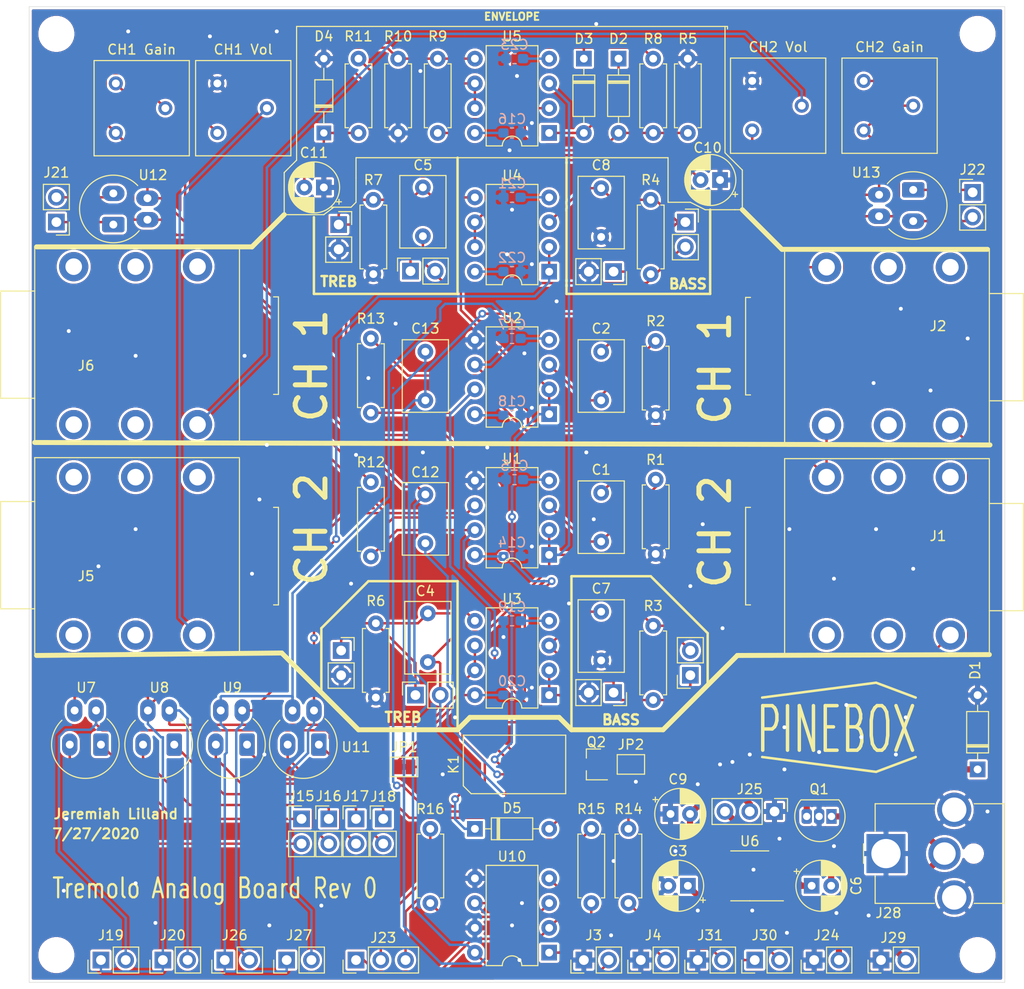
<source format=kicad_pcb>
(kicad_pcb (version 20171130) (host pcbnew "(5.1.5)-3")
  (layers (0 TOP.Cu signal) (1 GND.Cu power hide) (2 PWR.Cu mixed hide) (31 BOT.Cu signal) (34 B.Paste user) (35 F.Paste user hide) (36 B.SilkS user) (37 F.SilkS user) (38 B.Mask user) (39 F.Mask user) (44 Edge.Cuts user))
  (net 0 "")
  (net 1 +9V)
  (net 2 /RLY_SET)
  (net 3 /IN1)
  (net 4 "Net-(C1-Pad1)")
  (net 5 /IN2)
  (net 6 "Net-(C2-Pad1)")
  (net 7 GND)
  (net 8 "Net-(C4-Pad2)")
  (net 9 "Net-(C4-Pad1)")
  (net 10 "Net-(C5-Pad2)")
  (net 11 "Net-(C5-Pad1)")
  (net 12 "Net-(C6-Pad2)")
  (net 13 "Net-(C6-Pad1)")
  (net 14 "Net-(C7-Pad2)")
  (net 15 "Net-(C8-Pad2)")
  (net 16 -9V)
  (net 17 "Net-(C10-Pad2)")
  (net 18 /ENV_OUT)
  (net 19 "Net-(C12-Pad2)")
  (net 20 /OUT1)
  (net 21 "Net-(C13-Pad2)")
  (net 22 /OUT2)
  (net 23 "Net-(D2-Pad2)")
  (net 24 "Net-(D2-Pad1)")
  (net 25 "Net-(D3-Pad1)")
  (net 26 "Net-(D5-Pad2)")
  (net 27 "Net-(J1-PadS)")
  (net 28 "Net-(J1-PadR)")
  (net 29 /SW_STREO_1)
  (net 30 "Net-(J1-PadRN)")
  (net 31 "Net-(J1-PadTN)")
  (net 32 "Net-(J2-PadS)")
  (net 33 "Net-(J2-PadR)")
  (net 34 /SW_STREO_2)
  (net 35 "Net-(J2-PadRN)")
  (net 36 "Net-(J5-PadS)")
  (net 37 "Net-(J5-PadR)")
  (net 38 "Net-(J5-PadSN)")
  (net 39 "Net-(J5-PadRN)")
  (net 40 "Net-(J5-PadTN)")
  (net 41 "Net-(J6-PadS)")
  (net 42 "Net-(J6-PadR)")
  (net 43 "Net-(J6-PadSN)")
  (net 44 "Net-(J6-PadRN)")
  (net 45 "Net-(J6-PadTN)")
  (net 46 /PWR_IN)
  (net 47 "Net-(R11-Pad1)")
  (net 48 "Net-(R12-Pad1)")
  (net 49 "Net-(R13-Pad1)")
  (net 50 /LDRA_2)
  (net 51 /LDRC_2)
  (net 52 /LDRB_1)
  (net 53 /LDRA_1)
  (net 54 /LDRD_1)
  (net 55 /LDRC_1)
  (net 56 "Net-(U6-Pad7)")
  (net 57 "Net-(U6-Pad6)")
  (net 58 /MUTE2)
  (net 59 "Net-(C12-Pad1)")
  (net 60 "Net-(C13-Pad1)")
  (net 61 "Net-(D5-Pad1)")
  (net 62 "Net-(J15-Pad2)")
  (net 63 "Net-(J15-Pad1)")
  (net 64 "Net-(J16-Pad2)")
  (net 65 "Net-(J16-Pad1)")
  (net 66 "Net-(J17-Pad2)")
  (net 67 "Net-(J17-Pad1)")
  (net 68 "Net-(J18-Pad2)")
  (net 69 "Net-(J18-Pad1)")
  (net 70 "Net-(J21-Pad2)")
  (net 71 "Net-(J21-Pad1)")
  (net 72 "Net-(J22-Pad2)")
  (net 73 "Net-(J22-Pad1)")
  (net 74 /MUTE1)
  (net 75 "Net-(JP2-Pad2)")
  (net 76 "Net-(K1-Pad4)")
  (net 77 "Net-(K1-Pad5)")
  (net 78 "Net-(Q2-Pad1)")
  (net 79 "Net-(R15-Pad2)")
  (net 80 "Net-(R16-Pad2)")
  (net 81 GNDD)
  (module MountingHole:MountingHole_3.2mm_M3 (layer TOP.Cu) (at 53.34 147.066)
    (fp_text reference H4 hide)
    (fp_text value MountingHole)
    (pad 1 np_thru_hole circle (at 0 0) (size 3.2 3.2) (drill 3.2) (layers *.Cu *.Mask))
  )
  (module MountingHole:MountingHole_3.2mm_M3 (layer TOP.Cu) (at 147.828 147.066)
    (fp_text reference H3 hide)
    (fp_text value MountingHole)
    (pad 1 np_thru_hole circle (at 0 0) (size 3.2 3.2) (drill 3.2) (layers *.Cu *.Mask))
  )
  (module MountingHole:MountingHole_3.2mm_M3 (layer TOP.Cu) (at 147.828 52.578)
    (fp_text reference H2 hide)
    (fp_text value MountingHole)
    (pad 1 np_thru_hole circle (at 0 0) (size 3.2 3.2) (drill 3.2) (layers *.Cu *.Mask))
  )
  (module MountingHole:MountingHole_3.2mm_M3 (layer TOP.Cu) (at 53.34 52.578)
    (fp_text reference H1 hide)
    (fp_text value MountingHole)
    (pad 1 np_thru_hole circle (at 0 0) (size 3.2 3.2) (drill 3.2) (layers *.Cu *.Mask))
  )
  (module Connector_PinHeader_2.54mm:PinHeader_1x03_P2.54mm_Vertical (layer TOP.Cu) (at 127 132.334 270)
    (fp_text reference J25 (at -2.286 2.54 180) (layer F.SilkS))
    (fp_text value Conn_01x03_Male)
    (pad 3 thru_hole oval (at 0 5.08 270) (size 1.7 1.7) (drill 1) (layers *.Cu *.Mask) (net 1 +9V))
    (pad 2 thru_hole oval (at 0 2.54 270) (size 1.7 1.7) (drill 1) (layers *.Cu *.Mask) (net 16 -9V))
    (pad 1 thru_hole rect (at 0 0 270) (size 1.7 1.7) (drill 1) (layers *.Cu *.Mask) (net 7 GND))
  )
  (module Connector_PinHeader_2.54mm:PinHeader_1x03_P2.54mm_Vertical (layer TOP.Cu) (at 84.074 147.574 90)
    (fp_text reference J23 (at 2.286 2.794 180) (layer F.SilkS))
    (fp_text value Conn_01x03_Male)
    (pad 3 thru_hole oval (at 0 5.08 90) (size 1.7 1.7) (drill 1) (layers *.Cu *.Mask) (net 74 /MUTE1))
    (pad 2 thru_hole oval (at 0 2.54 90) (size 1.7 1.7) (drill 1) (layers *.Cu *.Mask) (net 58 /MUTE2))
    (pad 1 thru_hole rect (at 0 0 90) (size 1.7 1.7) (drill 1) (layers *.Cu *.Mask) (net 81 GNDD))
  )
  (module Connector_PinHeader_2.54mm:PinHeader_1x02_P2.54mm_Vertical (layer TOP.Cu) (at 137.922 147.574 90)
    (fp_text reference J29 (at 2.286 1.27 180) (layer F.SilkS))
    (fp_text value Conn_01x02_Male)
    (pad 1 thru_hole rect (at 0 0 90) (size 1.7 1.7) (drill 1) (layers *.Cu *.Mask) (net 7 GND))
    (pad 2 thru_hole oval (at 0 2.54 90) (size 1.7 1.7) (drill 1) (layers *.Cu *.Mask) (net 46 /PWR_IN))
  )
  (module Capacitor_THT:CP_Radial_D5.0mm_P2.00mm (layer TOP.Cu) (at 118.11 139.954 180)
    (fp_text reference C3 (at 1.016 3.556) (layer F.SilkS))
    (fp_text value 100uF)
    (pad 2 thru_hole circle (at 2 0 180) (size 1.6 1.6) (drill 0.8) (layers *.Cu *.Mask) (net 7 GND))
    (pad 1 thru_hole rect (at 0 0 180) (size 1.6 1.6) (drill 0.8) (layers *.Cu *.Mask) (net 1 +9V))
  )
  (module Capacitor_SMD:C_0603_1608Metric_Pad1.05x0.95mm_HandSolder (layer BOT.Cu) (at 100.33 55.118 180)
    (fp_text reference C23 (at 0 1.43) (layer B.SilkS) (effects (justify mirror)))
    (fp_text value 100n)
    (pad 2 smd roundrect (at 0.875 0 180) (size 1.05 0.95) (layers BOT.Cu B.Paste B.Mask) (net 7 GND))
    (pad 1 smd roundrect (at -0.875 0 180) (size 1.05 0.95) (layers BOT.Cu B.Paste B.Mask) (net 16 -9V))
  )
  (module Capacitor_SMD:C_0603_1608Metric_Pad1.05x0.95mm_HandSolder (layer BOT.Cu) (at 100.076 76.962 180)
    (fp_text reference C22 (at 0 1.43) (layer B.SilkS) (effects (justify mirror)))
    (fp_text value 100n)
    (pad 2 smd roundrect (at 0.875 0 180) (size 1.05 0.95) (layers BOT.Cu B.Paste B.Mask) (net 1 +9V))
    (pad 1 smd roundrect (at -0.875 0 180) (size 1.05 0.95) (layers BOT.Cu B.Paste B.Mask) (net 7 GND))
  )
  (module Capacitor_SMD:C_0603_1608Metric_Pad1.05x0.95mm_HandSolder (layer BOT.Cu) (at 100.076 69.342 180)
    (fp_text reference C21 (at 0 1.43) (layer B.SilkS) (effects (justify mirror)))
    (fp_text value 100n)
    (pad 2 smd roundrect (at 0.875 0 180) (size 1.05 0.95) (layers BOT.Cu B.Paste B.Mask) (net 7 GND))
    (pad 1 smd roundrect (at -0.875 0 180) (size 1.05 0.95) (layers BOT.Cu B.Paste B.Mask) (net 16 -9V))
  )
  (module Capacitor_SMD:C_0603_1608Metric_Pad1.05x0.95mm_HandSolder (layer BOT.Cu) (at 100.076 120.396 180)
    (fp_text reference C20 (at 0 1.43) (layer B.SilkS) (effects (justify mirror)))
    (fp_text value 100n)
    (pad 2 smd roundrect (at 0.875 0 180) (size 1.05 0.95) (layers BOT.Cu B.Paste B.Mask) (net 1 +9V))
    (pad 1 smd roundrect (at -0.875 0 180) (size 1.05 0.95) (layers BOT.Cu B.Paste B.Mask) (net 7 GND))
  )
  (module Capacitor_SMD:C_0603_1608Metric_Pad1.05x0.95mm_HandSolder (layer BOT.Cu) (at 100.076 112.776 180)
    (fp_text reference C19 (at 0 1.43) (layer B.SilkS) (effects (justify mirror)))
    (fp_text value 100n)
    (pad 2 smd roundrect (at 0.875 0 180) (size 1.05 0.95) (layers BOT.Cu B.Paste B.Mask) (net 7 GND))
    (pad 1 smd roundrect (at -0.875 0 180) (size 1.05 0.95) (layers BOT.Cu B.Paste B.Mask) (net 16 -9V))
  )
  (module Capacitor_SMD:C_0603_1608Metric_Pad1.05x0.95mm_HandSolder (layer BOT.Cu) (at 100.076 91.694 180)
    (fp_text reference C18 (at 0 1.43) (layer B.SilkS) (effects (justify mirror)))
    (fp_text value 100n)
    (pad 2 smd roundrect (at 0.875 0 180) (size 1.05 0.95) (layers BOT.Cu B.Paste B.Mask) (net 1 +9V))
    (pad 1 smd roundrect (at -0.875 0 180) (size 1.05 0.95) (layers BOT.Cu B.Paste B.Mask) (net 7 GND))
  )
  (module Capacitor_SMD:C_0603_1608Metric_Pad1.05x0.95mm_HandSolder (layer BOT.Cu) (at 100.076 83.82 180)
    (fp_text reference C17 (at 0 1.43) (layer B.SilkS) (effects (justify mirror)))
    (fp_text value 100n)
    (pad 2 smd roundrect (at 0.875 0 180) (size 1.05 0.95) (layers BOT.Cu B.Paste B.Mask) (net 7 GND))
    (pad 1 smd roundrect (at -0.875 0 180) (size 1.05 0.95) (layers BOT.Cu B.Paste B.Mask) (net 16 -9V))
  )
  (module Capacitor_SMD:C_0603_1608Metric_Pad1.05x0.95mm_HandSolder (layer BOT.Cu) (at 100.076 62.738 180)
    (fp_text reference C16 (at 0 1.43) (layer B.SilkS) (effects (justify mirror)))
    (fp_text value 100n)
    (pad 2 smd roundrect (at 0.875 0 180) (size 1.05 0.95) (layers BOT.Cu B.Paste B.Mask) (net 1 +9V))
    (pad 1 smd roundrect (at -0.875 0 180) (size 1.05 0.95) (layers BOT.Cu B.Paste B.Mask) (net 7 GND))
  )
  (module Capacitor_SMD:C_0603_1608Metric_Pad1.05x0.95mm_HandSolder (layer BOT.Cu) (at 100.33 98.298 180)
    (fp_text reference C15 (at 0 1.43) (layer B.SilkS) (effects (justify mirror)))
    (fp_text value 100n)
    (pad 2 smd roundrect (at 0.875 0 180) (size 1.05 0.95) (layers BOT.Cu B.Paste B.Mask) (net 7 GND))
    (pad 1 smd roundrect (at -0.875 0 180) (size 1.05 0.95) (layers BOT.Cu B.Paste B.Mask) (net 16 -9V))
  )
  (module Capacitor_SMD:C_0603_1608Metric_Pad1.05x0.95mm_HandSolder (layer BOT.Cu) (at 100.076 106.172 180)
    (fp_text reference C14 (at 0 1.43) (layer B.SilkS) (effects (justify mirror)))
    (fp_text value 100n)
    (pad 2 smd roundrect (at 0.875 0 180) (size 1.05 0.95) (layers BOT.Cu B.Paste B.Mask) (net 1 +9V))
    (pad 1 smd roundrect (at -0.875 0 180) (size 1.05 0.95) (layers BOT.Cu B.Paste B.Mask) (net 7 GND))
  )
  (module Pinebox:Jack_0.25in_TRS_Switched (layer TOP.Cu) (at 145.034 92.71 180)
    (fp_text reference J2 (at 1.27 10.16) (layer F.SilkS))
    (fp_text value AudioJack3_Switch)
    (pad TN thru_hole circle (at 12.7 0 180) (size 3 3) (drill 1.7) (layers *.Cu *.Mask) (net 3 /IN1))
    (pad T thru_hole circle (at 12.7 16.2 180) (size 3 3) (drill 1.7) (layers *.Cu *.Mask) (net 5 /IN2))
    (pad RN thru_hole circle (at 6.35 0 180) (size 3 3) (drill 1.7) (layers *.Cu *.Mask) (net 35 "Net-(J2-PadRN)"))
    (pad SN thru_hole circle (at 0 0 180) (size 3 3) (drill 1.7) (layers *.Cu *.Mask) (net 34 /SW_STREO_2))
    (pad R thru_hole circle (at 6.35 16.2 180) (size 3 3) (drill 1.7) (layers *.Cu *.Mask) (net 33 "Net-(J2-PadR)"))
    (pad S thru_hole circle (at 0 16.2 180) (size 3 3) (drill 1.7) (layers *.Cu *.Mask) (net 32 "Net-(J2-PadS)"))
  )
  (module Pinebox:Jack_0.25in_TRS_Switched (layer TOP.Cu) (at 55.118 76.454)
    (fp_text reference J6 (at 1.27 10.16) (layer F.SilkS))
    (fp_text value AudioJack3_Switch)
    (pad TN thru_hole circle (at 12.7 0) (size 3 3) (drill 1.7) (layers *.Cu *.Mask) (net 45 "Net-(J6-PadTN)"))
    (pad T thru_hole circle (at 12.7 16.2) (size 3 3) (drill 1.7) (layers *.Cu *.Mask) (net 22 /OUT2))
    (pad RN thru_hole circle (at 6.35 0) (size 3 3) (drill 1.7) (layers *.Cu *.Mask) (net 44 "Net-(J6-PadRN)"))
    (pad SN thru_hole circle (at 0 0) (size 3 3) (drill 1.7) (layers *.Cu *.Mask) (net 43 "Net-(J6-PadSN)"))
    (pad R thru_hole circle (at 6.35 16.2) (size 3 3) (drill 1.7) (layers *.Cu *.Mask) (net 42 "Net-(J6-PadR)"))
    (pad S thru_hole circle (at 0 16.2) (size 3 3) (drill 1.7) (layers *.Cu *.Mask) (net 41 "Net-(J6-PadS)"))
  )
  (module Pinebox:Jack_0.25in_TRS_Switched (layer TOP.Cu) (at 55.118 98.044)
    (fp_text reference J5 (at 1.27 10.16) (layer F.SilkS))
    (fp_text value AudioJack3_Switch)
    (pad TN thru_hole circle (at 12.7 0) (size 3 3) (drill 1.7) (layers *.Cu *.Mask) (net 40 "Net-(J5-PadTN)"))
    (pad T thru_hole circle (at 12.7 16.2) (size 3 3) (drill 1.7) (layers *.Cu *.Mask) (net 20 /OUT1))
    (pad RN thru_hole circle (at 6.35 0) (size 3 3) (drill 1.7) (layers *.Cu *.Mask) (net 39 "Net-(J5-PadRN)"))
    (pad SN thru_hole circle (at 0 0) (size 3 3) (drill 1.7) (layers *.Cu *.Mask) (net 38 "Net-(J5-PadSN)"))
    (pad R thru_hole circle (at 6.35 16.2) (size 3 3) (drill 1.7) (layers *.Cu *.Mask) (net 37 "Net-(J5-PadR)"))
    (pad S thru_hole circle (at 0 16.2) (size 3 3) (drill 1.7) (layers *.Cu *.Mask) (net 36 "Net-(J5-PadS)"))
  )
  (module Pinebox:Jack_0.25in_TRS_Switched (layer TOP.Cu) (at 145.034 114.244 180)
    (fp_text reference J1 (at 1.27 10.16) (layer F.SilkS))
    (fp_text value AudioJack3_Switch)
    (pad TN thru_hole circle (at 12.7 0 180) (size 3 3) (drill 1.7) (layers *.Cu *.Mask) (net 31 "Net-(J1-PadTN)"))
    (pad T thru_hole circle (at 12.7 16.2 180) (size 3 3) (drill 1.7) (layers *.Cu *.Mask) (net 3 /IN1))
    (pad RN thru_hole circle (at 6.35 0 180) (size 3 3) (drill 1.7) (layers *.Cu *.Mask) (net 30 "Net-(J1-PadRN)"))
    (pad SN thru_hole circle (at 0 0 180) (size 3 3) (drill 1.7) (layers *.Cu *.Mask) (net 29 /SW_STREO_1))
    (pad R thru_hole circle (at 6.35 16.2 180) (size 3 3) (drill 1.7) (layers *.Cu *.Mask) (net 28 "Net-(J1-PadR)"))
    (pad S thru_hole circle (at 0 16.2 180) (size 3 3) (drill 1.7) (layers *.Cu *.Mask) (net 27 "Net-(J1-PadS)"))
  )
  (module Connector_PinHeader_2.54mm:PinHeader_1x02_P2.54mm_Vertical (layer TOP.Cu) (at 119.126 147.574 90)
    (fp_text reference J31 (at 2.54 1.27 180) (layer F.SilkS))
    (fp_text value Conn_01x02_Male)
    (pad 1 thru_hole rect (at 0 0 90) (size 1.7 1.7) (drill 1) (layers *.Cu *.Mask) (net 7 GND))
    (pad 2 thru_hole oval (at 0 2.54 90) (size 1.7 1.7) (drill 1) (layers *.Cu *.Mask) (net 2 /RLY_SET))
  )
  (module Connector_PinHeader_2.54mm:PinHeader_1x02_P2.54mm_Vertical (layer TOP.Cu) (at 107.442 147.574 90)
    (fp_text reference J3 (at 2.54 1.016 180) (layer F.SilkS))
    (fp_text value Conn_01x02_Male)
    (pad 1 thru_hole rect (at 0 0 90) (size 1.7 1.7) (drill 1) (layers *.Cu *.Mask) (net 7 GND))
    (pad 2 thru_hole oval (at 0 2.54 90) (size 1.7 1.7) (drill 1) (layers *.Cu *.Mask) (net 59 "Net-(C12-Pad1)"))
  )
  (module Connector_PinHeader_2.54mm:PinHeader_1x02_P2.54mm_Vertical (layer TOP.Cu) (at 124.968 147.574 90)
    (fp_text reference J30 (at 2.54 1.016 180) (layer F.SilkS))
    (fp_text value Conn_01x02_Male)
    (pad 1 thru_hole rect (at 0 0 90) (size 1.7 1.7) (drill 1) (layers *.Cu *.Mask) (net 29 /SW_STREO_1))
    (pad 2 thru_hole oval (at 0 2.54 90) (size 1.7 1.7) (drill 1) (layers *.Cu *.Mask) (net 34 /SW_STREO_2))
  )
  (module Connector_BarrelJack:BarrelJack_CUI_PJ-063AH_Horizontal_CircularHoles (layer TOP.Cu) (at 138.43 136.652 90)
    (fp_text reference J28 (at -6.096 0.254) (layer F.SilkS))
    (fp_text value Barrel_Jack_MountingPin)
    (pad 1 thru_hole rect (at 0 0 90) (size 4 4) (drill 3) (layers *.Cu *.Mask) (net 7 GND))
    (pad 2 thru_hole circle (at 0 6 90) (size 3.3 3.3) (drill 2.3) (layers *.Cu *.Mask) (net 46 /PWR_IN))
    (pad MP thru_hole circle (at -4.5 7 90) (size 3.5 3.5) (drill 2.5) (layers *.Cu *.Mask) (net 7 GND))
    (pad MP thru_hole circle (at 4.5 7 90) (size 3.5 3.5) (drill 2.5) (layers *.Cu *.Mask) (net 7 GND))
    (pad "" np_thru_hole circle (at 0 9 90) (size 1.6 1.6) (drill 1.6) (layers *.Cu *.Mask))
  )
  (module Connector_PinHeader_2.54mm:PinHeader_1x02_P2.54mm_Vertical (layer TOP.Cu) (at 76.962 147.574 90)
    (fp_text reference J27 (at 2.54 1.27 180) (layer F.SilkS))
    (fp_text value Conn_01x02_Male)
    (pad 1 thru_hole rect (at 0 0 90) (size 1.7 1.7) (drill 1) (layers *.Cu *.Mask) (net 51 /LDRC_2))
    (pad 2 thru_hole oval (at 0 2.54 90) (size 1.7 1.7) (drill 1) (layers *.Cu *.Mask) (net 54 /LDRD_1))
  )
  (module Connector_PinHeader_2.54mm:PinHeader_1x02_P2.54mm_Vertical (layer TOP.Cu) (at 70.612 147.574 90)
    (fp_text reference J26 (at 2.54 1.016 180) (layer F.SilkS))
    (fp_text value Conn_01x02_Male)
    (pad 1 thru_hole rect (at 0 0 90) (size 1.7 1.7) (drill 1) (layers *.Cu *.Mask) (net 51 /LDRC_2))
    (pad 2 thru_hole oval (at 0 2.54 90) (size 1.7 1.7) (drill 1) (layers *.Cu *.Mask) (net 55 /LDRC_1))
  )
  (module Potentiometer_THT:Potentiometer_Bourns_3386F_Vertical (layer TOP.Cu) (at 124.714 62.484)
    (fp_text reference "CH2 Vol" (at 2.655 -8.555) (layer F.SilkS))
    (fp_text value 50k)
    (pad 3 thru_hole circle (at 0 -5.08) (size 1.44 1.44) (drill 0.8) (layers *.Cu *.Mask) (net 7 GND))
    (pad 2 thru_hole circle (at 5.08 -2.54) (size 1.44 1.44) (drill 0.8) (layers *.Cu *.Mask) (net 22 /OUT2))
    (pad 1 thru_hole circle (at 0 0) (size 1.44 1.44) (drill 0.8) (layers *.Cu *.Mask) (net 60 "Net-(C13-Pad1)"))
  )
  (module Potentiometer_THT:Potentiometer_Bourns_3386F_Vertical (layer TOP.Cu) (at 69.85 62.738)
    (fp_text reference "CH1 Vol" (at 2.655 -8.555) (layer F.SilkS))
    (fp_text value 50k)
    (pad 3 thru_hole circle (at 0 -5.08) (size 1.44 1.44) (drill 0.8) (layers *.Cu *.Mask) (net 7 GND))
    (pad 2 thru_hole circle (at 5.08 -2.54) (size 1.44 1.44) (drill 0.8) (layers *.Cu *.Mask) (net 20 /OUT1))
    (pad 1 thru_hole circle (at 0 0) (size 1.44 1.44) (drill 0.8) (layers *.Cu *.Mask) (net 59 "Net-(C12-Pad1)"))
  )
  (module Potentiometer_THT:Potentiometer_Bourns_3386F_Vertical (layer TOP.Cu) (at 136.144 62.484)
    (fp_text reference "CH2 Gain" (at 2.655 -8.555) (layer F.SilkS))
    (fp_text value 50k)
    (pad 3 thru_hole circle (at 0 -5.08) (size 1.44 1.44) (drill 0.8) (layers *.Cu *.Mask) (net 49 "Net-(R13-Pad1)"))
    (pad 2 thru_hole circle (at 5.08 -2.54) (size 1.44 1.44) (drill 0.8) (layers *.Cu *.Mask) (net 51 /LDRC_2))
    (pad 1 thru_hole circle (at 0 0) (size 1.44 1.44) (drill 0.8) (layers *.Cu *.Mask) (net 51 /LDRC_2))
  )
  (module Potentiometer_THT:Potentiometer_Bourns_3386F_Vertical (layer TOP.Cu) (at 59.436 62.738)
    (fp_text reference "CH1 Gain" (at 2.655 -8.555) (layer F.SilkS))
    (fp_text value 50k)
    (pad 3 thru_hole circle (at 0 -5.08) (size 1.44 1.44) (drill 0.8) (layers *.Cu *.Mask) (net 48 "Net-(R12-Pad1)"))
    (pad 2 thru_hole circle (at 5.08 -2.54) (size 1.44 1.44) (drill 0.8) (layers *.Cu *.Mask) (net 50 /LDRA_2))
    (pad 1 thru_hole circle (at 0 0) (size 1.44 1.44) (drill 0.8) (layers *.Cu *.Mask) (net 50 /LDRA_2))
  )
  (module Pinebox:Luna_NSL-32_Vertical (layer TOP.Cu) (at 141.224 68.58 180)
    (fp_text reference U13 (at 4.826 1.778 180) (layer F.SilkS))
    (fp_text value NSL-32)
    (pad 4 thru_hole oval (at 3.5 -0.5 180) (size 2.29 1.57) (drill 0.81) (layers *.Cu *.Mask) (net 51 /LDRC_2))
    (pad 3 thru_hole oval (at 3.5 -2.7 180) (size 2.29 1.57) (drill 0.81) (layers *.Cu *.Mask) (net 49 "Net-(R13-Pad1)"))
    (pad 2 thru_hole oval (at 0 -3.2 180) (size 2.29 1.57) (drill 0.81) (layers *.Cu *.Mask) (net 72 "Net-(J22-Pad2)"))
    (pad 1 thru_hole roundrect (at 0 0 180) (size 2.29 1.57) (drill 0.81) (layers *.Cu *.Mask) (roundrect_rratio 0.159) (net 73 "Net-(J22-Pad1)"))
  )
  (module Pinebox:Luna_NSL-32_Vertical (layer TOP.Cu) (at 59.182 72.136)
    (fp_text reference U12 (at 4.064 -5.08 180) (layer F.SilkS))
    (fp_text value NSL-32)
    (pad 4 thru_hole oval (at 3.5 -0.5) (size 2.29 1.57) (drill 0.81) (layers *.Cu *.Mask) (net 50 /LDRA_2))
    (pad 3 thru_hole oval (at 3.5 -2.7) (size 2.29 1.57) (drill 0.81) (layers *.Cu *.Mask) (net 48 "Net-(R12-Pad1)"))
    (pad 2 thru_hole oval (at 0 -3.2) (size 2.29 1.57) (drill 0.81) (layers *.Cu *.Mask) (net 70 "Net-(J21-Pad2)"))
    (pad 1 thru_hole roundrect (at 0 0) (size 2.29 1.57) (drill 0.81) (layers *.Cu *.Mask) (roundrect_rratio 0.159) (net 71 "Net-(J21-Pad1)"))
  )
  (module Pinebox:Luna_NSL-32_Vertical (layer TOP.Cu) (at 80.264 125.476 90)
    (fp_text reference U11 (at -0.254 3.81) (layer F.SilkS))
    (fp_text value NSL-32)
    (pad 4 thru_hole oval (at 3.5 -0.5 90) (size 2.29 1.57) (drill 0.81) (layers *.Cu *.Mask) (net 54 /LDRD_1))
    (pad 3 thru_hole oval (at 3.5 -2.7 90) (size 2.29 1.57) (drill 0.81) (layers *.Cu *.Mask) (net 51 /LDRC_2))
    (pad 2 thru_hole oval (at 0 -3.2 90) (size 2.29 1.57) (drill 0.81) (layers *.Cu *.Mask) (net 68 "Net-(J18-Pad2)"))
    (pad 1 thru_hole roundrect (at 0 0 90) (size 2.29 1.57) (drill 0.81) (layers *.Cu *.Mask) (roundrect_rratio 0.159) (net 69 "Net-(J18-Pad1)"))
  )
  (module Pinebox:Luna_NSL-32_Vertical (layer TOP.Cu) (at 72.898 125.476 90)
    (fp_text reference U9 (at 5.842 -1.524) (layer F.SilkS))
    (fp_text value NSL-32)
    (pad 4 thru_hole oval (at 3.5 -0.5 90) (size 2.29 1.57) (drill 0.81) (layers *.Cu *.Mask) (net 55 /LDRC_1))
    (pad 3 thru_hole oval (at 3.5 -2.7 90) (size 2.29 1.57) (drill 0.81) (layers *.Cu *.Mask) (net 51 /LDRC_2))
    (pad 2 thru_hole oval (at 0 -3.2 90) (size 2.29 1.57) (drill 0.81) (layers *.Cu *.Mask) (net 66 "Net-(J17-Pad2)"))
    (pad 1 thru_hole roundrect (at 0 0 90) (size 2.29 1.57) (drill 0.81) (layers *.Cu *.Mask) (roundrect_rratio 0.159) (net 67 "Net-(J17-Pad1)"))
  )
  (module Pinebox:Luna_NSL-32_Vertical (layer TOP.Cu) (at 65.43 125.476 90)
    (fp_text reference U8 (at 5.842 -1.524) (layer F.SilkS))
    (fp_text value NSL-32)
    (pad 4 thru_hole oval (at 3.5 -0.5 90) (size 2.29 1.57) (drill 0.81) (layers *.Cu *.Mask) (net 52 /LDRB_1))
    (pad 3 thru_hole oval (at 3.5 -2.7 90) (size 2.29 1.57) (drill 0.81) (layers *.Cu *.Mask) (net 50 /LDRA_2))
    (pad 2 thru_hole oval (at 0 -3.2 90) (size 2.29 1.57) (drill 0.81) (layers *.Cu *.Mask) (net 64 "Net-(J16-Pad2)"))
    (pad 1 thru_hole roundrect (at 0 0 90) (size 2.29 1.57) (drill 0.81) (layers *.Cu *.Mask) (roundrect_rratio 0.159) (net 65 "Net-(J16-Pad1)"))
  )
  (module Pinebox:Luna_NSL-32_Vertical (layer TOP.Cu) (at 57.912 125.476 90)
    (fp_text reference U7 (at 5.842 -1.524) (layer F.SilkS))
    (fp_text value NSL-32)
    (pad 4 thru_hole oval (at 3.5 -0.5 90) (size 2.29 1.57) (drill 0.81) (layers *.Cu *.Mask) (net 53 /LDRA_1))
    (pad 3 thru_hole oval (at 3.5 -2.7 90) (size 2.29 1.57) (drill 0.81) (layers *.Cu *.Mask) (net 50 /LDRA_2))
    (pad 2 thru_hole oval (at 0 -3.2 90) (size 2.29 1.57) (drill 0.81) (layers *.Cu *.Mask) (net 62 "Net-(J15-Pad2)"))
    (pad 1 thru_hole roundrect (at 0 0 90) (size 2.29 1.57) (drill 0.81) (layers *.Cu *.Mask) (roundrect_rratio 0.159) (net 63 "Net-(J15-Pad1)"))
  )
  (module Connector_PinSocket_2.54mm:PinSocket_1x02_P2.54mm_Vertical (layer TOP.Cu) (at 110.49 76.962 270)
    (fp_text reference J14 hide)
    (fp_text value Conn_01x02_Female)
    (pad 1 thru_hole rect (at 0 0 270) (size 1.7 1.7) (drill 1) (layers *.Cu *.Mask) (net 15 "Net-(C8-Pad2)"))
    (pad 2 thru_hole oval (at 0 2.54 270) (size 1.7 1.7) (drill 1) (layers *.Cu *.Mask) (net 7 GND))
  )
  (module Connector_PinSocket_2.54mm:PinSocket_1x02_P2.54mm_Vertical (layer TOP.Cu) (at 110.49 120.142 270)
    (fp_text reference J13 hide)
    (fp_text value Conn_01x02_Female)
    (pad 1 thru_hole rect (at 0 0 270) (size 1.7 1.7) (drill 1) (layers *.Cu *.Mask) (net 14 "Net-(C7-Pad2)"))
    (pad 2 thru_hole oval (at 0 2.54 270) (size 1.7 1.7) (drill 1) (layers *.Cu *.Mask) (net 7 GND))
  )
  (module Connector_PinSocket_2.54mm:PinSocket_1x02_P2.54mm_Vertical (layer TOP.Cu) (at 82.296 72.136)
    (fp_text reference J12 hide)
    (fp_text value Conn_01x02_Female)
    (pad 1 thru_hole rect (at 0 0) (size 1.7 1.7) (drill 1) (layers *.Cu *.Mask) (net 11 "Net-(C5-Pad1)"))
    (pad 2 thru_hole oval (at 0 2.54) (size 1.7 1.7) (drill 1) (layers *.Cu *.Mask) (net 7 GND))
  )
  (module Connector_PinSocket_2.54mm:PinSocket_1x02_P2.54mm_Vertical (layer TOP.Cu) (at 82.55 115.824)
    (fp_text reference J11 hide)
    (fp_text value Conn_01x02_Female)
    (pad 1 thru_hole rect (at 0 0) (size 1.7 1.7) (drill 1) (layers *.Cu *.Mask) (net 9 "Net-(C4-Pad1)"))
    (pad 2 thru_hole oval (at 0 2.54) (size 1.7 1.7) (drill 1) (layers *.Cu *.Mask) (net 7 GND))
  )
  (module Connector_PinSocket_2.54mm:PinSocket_1x02_P2.54mm_Vertical (layer TOP.Cu) (at 89.662 76.912 90)
    (fp_text reference J10 hide)
    (fp_text value Conn_01x02_Female)
    (pad 1 thru_hole rect (at 0 0 90) (size 1.7 1.7) (drill 1) (layers *.Cu *.Mask) (net 11 "Net-(C5-Pad1)"))
    (pad 2 thru_hole oval (at 0 2.54 90) (size 1.7 1.7) (drill 1) (layers *.Cu *.Mask) (net 10 "Net-(C5-Pad2)"))
  )
  (module Connector_PinSocket_2.54mm:PinSocket_1x02_P2.54mm_Vertical (layer TOP.Cu) (at 117.856 71.882)
    (fp_text reference J9 hide)
    (fp_text value Conn_01x02_Female)
    (pad 1 thru_hole rect (at 0 0) (size 1.7 1.7) (drill 1) (layers *.Cu *.Mask) (net 15 "Net-(C8-Pad2)"))
    (pad 2 thru_hole oval (at 0 2.54) (size 1.7 1.7) (drill 1) (layers *.Cu *.Mask) (net 10 "Net-(C5-Pad2)"))
  )
  (module Connector_PinSocket_2.54mm:PinSocket_1x02_P2.54mm_Vertical (layer TOP.Cu) (at 90.17 120.396 90)
    (fp_text reference J8 hide)
    (fp_text value Conn_01x02_Female)
    (pad 1 thru_hole rect (at 0 0 90) (size 1.7 1.7) (drill 1) (layers *.Cu *.Mask) (net 9 "Net-(C4-Pad1)"))
    (pad 2 thru_hole oval (at 0 2.54 90) (size 1.7 1.7) (drill 1) (layers *.Cu *.Mask) (net 8 "Net-(C4-Pad2)"))
  )
  (module Connector_PinSocket_2.54mm:PinSocket_1x02_P2.54mm_Vertical (layer TOP.Cu) (at 118.364 118.364 180)
    (fp_text reference J7 hide)
    (fp_text value Conn_01x02_Female)
    (pad 1 thru_hole rect (at 0 0 180) (size 1.7 1.7) (drill 1) (layers *.Cu *.Mask) (net 14 "Net-(C7-Pad2)"))
    (pad 2 thru_hole oval (at 0 2.54 180) (size 1.7 1.7) (drill 1) (layers *.Cu *.Mask) (net 8 "Net-(C4-Pad2)"))
  )
  (module Package_SO:SOIC-8_3.9x4.9mm_P1.27mm (layer TOP.Cu) (at 124.46 138.938 180)
    (fp_text reference U6 (at 0 3.556) (layer F.SilkS))
    (fp_text value TC7662Bx0A)
    (pad 1 smd roundrect (at -2.475 -1.905 180) (size 1.95 0.6) (layers TOP.Cu F.Paste F.Mask) (net 1 +9V))
    (pad 2 smd roundrect (at -2.475 -0.635 180) (size 1.95 0.6) (layers TOP.Cu F.Paste F.Mask) (net 13 "Net-(C6-Pad1)"))
    (pad 3 smd roundrect (at -2.475 0.635 180) (size 1.95 0.6) (layers TOP.Cu F.Paste F.Mask) (net 7 GND))
    (pad 4 smd roundrect (at -2.475 1.905 180) (size 1.95 0.6) (layers TOP.Cu F.Paste F.Mask) (net 12 "Net-(C6-Pad2)"))
    (pad 5 smd roundrect (at 2.475 1.905 180) (size 1.95 0.6) (layers TOP.Cu F.Paste F.Mask) (net 16 -9V))
    (pad 6 smd roundrect (at 2.475 0.635 180) (size 1.95 0.6) (layers TOP.Cu F.Paste F.Mask) (net 57 "Net-(U6-Pad6)"))
    (pad 7 smd roundrect (at 2.475 -0.635 180) (size 1.95 0.6) (layers TOP.Cu F.Paste F.Mask) (net 56 "Net-(U6-Pad7)"))
    (pad 8 smd roundrect (at 2.475 -1.905 180) (size 1.95 0.6) (layers TOP.Cu F.Paste F.Mask) (net 1 +9V))
  )
  (module Resistor_THT:R_Axial_DIN0207_L6.3mm_D2.5mm_P7.62mm_Horizontal (layer TOP.Cu) (at 91.694 134.112 270)
    (fp_text reference R16 (at -2.032 0 180) (layer F.SilkS))
    (fp_text value 630)
    (pad 1 thru_hole circle (at 0 0 270) (size 1.6 1.6) (drill 0.8) (layers *.Cu *.Mask) (net 58 /MUTE2))
    (pad 2 thru_hole oval (at 7.62 0 270) (size 1.6 1.6) (drill 0.8) (layers *.Cu *.Mask) (net 80 "Net-(R16-Pad2)"))
  )
  (module Resistor_THT:R_Axial_DIN0207_L6.3mm_D2.5mm_P7.62mm_Horizontal (layer TOP.Cu) (at 108.204 134.112 270)
    (fp_text reference R15 (at -2.032 0 180) (layer F.SilkS))
    (fp_text value 630)
    (pad 1 thru_hole circle (at 0 0 270) (size 1.6 1.6) (drill 0.8) (layers *.Cu *.Mask) (net 74 /MUTE1))
    (pad 2 thru_hole oval (at 7.62 0 270) (size 1.6 1.6) (drill 0.8) (layers *.Cu *.Mask) (net 79 "Net-(R15-Pad2)"))
  )
  (module Resistor_THT:R_Axial_DIN0207_L6.3mm_D2.5mm_P7.62mm_Horizontal (layer TOP.Cu) (at 112.014 141.732 90)
    (fp_text reference R14 (at 9.652 0 180) (layer F.SilkS))
    (fp_text value 4.7k)
    (pad 1 thru_hole circle (at 0 0 90) (size 1.6 1.6) (drill 0.8) (layers *.Cu *.Mask) (net 2 /RLY_SET))
    (pad 2 thru_hole oval (at 7.62 0 90) (size 1.6 1.6) (drill 0.8) (layers *.Cu *.Mask) (net 78 "Net-(Q2-Pad1)"))
  )
  (module Pinebox:Relay_DPDT_NL_TE_IM05GR (layer TOP.Cu) (at 100.33 127.508)
    (fp_text reference K1 (at -6.25 0 90) (layer F.SilkS))
    (fp_text value IM05)
    (pad 8 smd rect (at -3.8 -3) (size 0.7 2) (layers TOP.Cu F.Paste F.Mask) (net 26 "Net-(D5-Pad2)"))
    (pad 1 smd rect (at -3.8 3) (size 0.7 2) (layers TOP.Cu F.Paste F.Mask) (net 61 "Net-(D5-Pad1)"))
    (pad 7 smd rect (at -0.6 -3) (size 0.7 2) (layers TOP.Cu F.Paste F.Mask) (net 10 "Net-(C5-Pad2)"))
    (pad 2 smd rect (at -0.6 3) (size 0.7 2) (layers TOP.Cu F.Paste F.Mask) (net 8 "Net-(C4-Pad2)"))
    (pad 6 smd rect (at 1.6 -3) (size 0.7 2) (layers TOP.Cu F.Paste F.Mask) (net 21 "Net-(C13-Pad2)"))
    (pad 3 smd rect (at 1.6 3) (size 0.7 2) (layers TOP.Cu F.Paste F.Mask) (net 19 "Net-(C12-Pad2)"))
    (pad 5 smd rect (at 3.8 -3) (size 0.7 2) (layers TOP.Cu F.Paste F.Mask) (net 77 "Net-(K1-Pad5)"))
    (pad 4 smd rect (at 3.8 3) (size 0.7 2) (layers TOP.Cu F.Paste F.Mask) (net 76 "Net-(K1-Pad4)"))
  )
  (module Jumper:SolderJumper-2_P1.3mm_Bridged_Pad1.0x1.5mm (layer TOP.Cu) (at 112.268 127.508 180)
    (fp_text reference JP2 (at 0 2.032) (layer F.SilkS))
    (fp_text value JMP_NC)
    (fp_poly (pts (xy -0.25 -0.3) (xy 0.25 -0.3) (xy 0.25 0.3) (xy -0.25 0.3)) (layer TOP.Cu) (width 0))
    (pad 1 smd rect (at -0.65 0 180) (size 1 1.5) (layers TOP.Cu F.Mask) (net 7 GND))
    (pad 2 smd rect (at 0.65 0 180) (size 1 1.5) (layers TOP.Cu F.Mask) (net 75 "Net-(JP2-Pad2)"))
  )
  (module Jumper:SolderJumper-2_P1.3mm_Bridged_Pad1.0x1.5mm (layer TOP.Cu) (at 89.012 127.762 180)
    (fp_text reference JP1 (at 0 2.032) (layer F.SilkS))
    (fp_text value JMP_NC)
    (fp_poly (pts (xy -0.25 -0.3) (xy 0.25 -0.3) (xy 0.25 0.3) (xy -0.25 0.3)) (layer TOP.Cu) (width 0))
    (pad 1 smd rect (at -0.65 0 180) (size 1 1.5) (layers TOP.Cu F.Mask) (net 61 "Net-(D5-Pad1)"))
    (pad 2 smd rect (at 0.65 0 180) (size 1 1.5) (layers TOP.Cu F.Mask) (net 1 +9V))
  )
  (module Connector_PinHeader_2.54mm:PinHeader_1x02_P2.54mm_Vertical (layer TOP.Cu) (at 131.064 147.574 90)
    (fp_text reference J24 (at 2.54 1.27 180) (layer F.SilkS))
    (fp_text value Conn_01x02_Male)
    (pad 1 thru_hole rect (at 0 0 90) (size 1.7 1.7) (drill 1) (layers *.Cu *.Mask) (net 7 GND))
    (pad 2 thru_hole oval (at 0 2.54 90) (size 1.7 1.7) (drill 1) (layers *.Cu *.Mask) (net 1 +9V))
  )
  (module Connector_PinHeader_2.54mm:PinHeader_1x02_P2.54mm_Vertical (layer TOP.Cu) (at 147.32 68.834)
    (fp_text reference J22 (at 0 -2.33) (layer F.SilkS))
    (fp_text value Conn_01x02_Male)
    (pad 1 thru_hole rect (at 0 0) (size 1.7 1.7) (drill 1) (layers *.Cu *.Mask) (net 73 "Net-(J22-Pad1)"))
    (pad 2 thru_hole oval (at 0 2.54) (size 1.7 1.7) (drill 1) (layers *.Cu *.Mask) (net 72 "Net-(J22-Pad2)"))
  )
  (module Connector_PinHeader_2.54mm:PinHeader_1x02_P2.54mm_Vertical (layer TOP.Cu) (at 53.34 71.882 180)
    (fp_text reference J21 (at 0 5.08) (layer F.SilkS))
    (fp_text value Conn_01x02_Male)
    (pad 1 thru_hole rect (at 0 0 180) (size 1.7 1.7) (drill 1) (layers *.Cu *.Mask) (net 71 "Net-(J21-Pad1)"))
    (pad 2 thru_hole oval (at 0 2.54 180) (size 1.7 1.7) (drill 1) (layers *.Cu *.Mask) (net 70 "Net-(J21-Pad2)"))
  )
  (module Connector_PinHeader_2.54mm:PinHeader_1x02_P2.54mm_Vertical (layer TOP.Cu) (at 64.262 147.574 90)
    (fp_text reference J20 (at 2.54 1.016 180) (layer F.SilkS))
    (fp_text value Conn_01x02_Male)
    (pad 1 thru_hole rect (at 0 0 90) (size 1.7 1.7) (drill 1) (layers *.Cu *.Mask) (net 50 /LDRA_2))
    (pad 2 thru_hole oval (at 0 2.54 90) (size 1.7 1.7) (drill 1) (layers *.Cu *.Mask) (net 52 /LDRB_1))
  )
  (module Connector_PinHeader_2.54mm:PinHeader_1x02_P2.54mm_Vertical (layer TOP.Cu) (at 57.912 147.574 90)
    (fp_text reference J19 (at 2.54 1.016 180) (layer F.SilkS))
    (fp_text value Conn_01x02_Male)
    (pad 1 thru_hole rect (at 0 0 90) (size 1.7 1.7) (drill 1) (layers *.Cu *.Mask) (net 50 /LDRA_2))
    (pad 2 thru_hole oval (at 0 2.54 90) (size 1.7 1.7) (drill 1) (layers *.Cu *.Mask) (net 53 /LDRA_1))
  )
  (module Connector_PinHeader_2.54mm:PinHeader_1x02_P2.54mm_Vertical (layer TOP.Cu) (at 86.868 133.096)
    (fp_text reference J18 (at 0 -2.286) (layer F.SilkS))
    (fp_text value Conn_01x02_Male)
    (pad 1 thru_hole rect (at 0 0) (size 1.7 1.7) (drill 1) (layers *.Cu *.Mask) (net 69 "Net-(J18-Pad1)"))
    (pad 2 thru_hole oval (at 0 2.54) (size 1.7 1.7) (drill 1) (layers *.Cu *.Mask) (net 68 "Net-(J18-Pad2)"))
  )
  (module Connector_PinHeader_2.54mm:PinHeader_1x02_P2.54mm_Vertical (layer TOP.Cu) (at 84.074 133.096)
    (fp_text reference J17 (at 0 -2.33) (layer F.SilkS))
    (fp_text value Conn_01x02_Male)
    (pad 1 thru_hole rect (at 0 0) (size 1.7 1.7) (drill 1) (layers *.Cu *.Mask) (net 67 "Net-(J17-Pad1)"))
    (pad 2 thru_hole oval (at 0 2.54) (size 1.7 1.7) (drill 1) (layers *.Cu *.Mask) (net 66 "Net-(J17-Pad2)"))
  )
  (module Connector_PinHeader_2.54mm:PinHeader_1x02_P2.54mm_Vertical (layer TOP.Cu) (at 81.28 133.096)
    (fp_text reference J16 (at 0 -2.33) (layer F.SilkS))
    (fp_text value Conn_01x02_Male)
    (pad 1 thru_hole rect (at 0 0) (size 1.7 1.7) (drill 1) (layers *.Cu *.Mask) (net 65 "Net-(J16-Pad1)"))
    (pad 2 thru_hole oval (at 0 2.54) (size 1.7 1.7) (drill 1) (layers *.Cu *.Mask) (net 64 "Net-(J16-Pad2)"))
  )
  (module Connector_PinHeader_2.54mm:PinHeader_1x02_P2.54mm_Vertical (layer TOP.Cu) (at 78.486 133.096)
    (fp_text reference J15 (at 0 -2.33) (layer F.SilkS))
    (fp_text value Conn_01x02_Male)
    (pad 1 thru_hole rect (at 0 0) (size 1.7 1.7) (drill 1) (layers *.Cu *.Mask) (net 63 "Net-(J15-Pad1)"))
    (pad 2 thru_hole oval (at 0 2.54) (size 1.7 1.7) (drill 1) (layers *.Cu *.Mask) (net 62 "Net-(J15-Pad2)"))
  )
  (module Connector_PinHeader_2.54mm:PinHeader_1x02_P2.54mm_Vertical (layer TOP.Cu) (at 113.284 147.574 90)
    (fp_text reference J4 (at 2.54 1.27 180) (layer F.SilkS))
    (fp_text value Conn_01x02_Male)
    (pad 1 thru_hole rect (at 0 0 90) (size 1.7 1.7) (drill 1) (layers *.Cu *.Mask) (net 7 GND))
    (pad 2 thru_hole oval (at 0 2.54 90) (size 1.7 1.7) (drill 1) (layers *.Cu *.Mask) (net 60 "Net-(C13-Pad1)"))
  )
  (module Package_DIP:DIP-8_W7.62mm (layer TOP.Cu) (at 103.886 146.812 180)
    (fp_text reference U10 (at 3.81 9.862) (layer F.SilkS))
    (fp_text value TLP222A-2)
    (pad 1 thru_hole rect (at 0 0 180) (size 1.6 1.6) (drill 0.8) (layers *.Cu *.Mask) (net 79 "Net-(R15-Pad2)"))
    (pad 5 thru_hole oval (at 7.62 7.62 180) (size 1.6 1.6) (drill 0.8) (layers *.Cu *.Mask) (net 7 GND))
    (pad 2 thru_hole oval (at 0 2.54 180) (size 1.6 1.6) (drill 0.8) (layers *.Cu *.Mask) (net 81 GNDD))
    (pad 6 thru_hole oval (at 7.62 5.08 180) (size 1.6 1.6) (drill 0.8) (layers *.Cu *.Mask) (net 60 "Net-(C13-Pad1)"))
    (pad 3 thru_hole oval (at 0 5.08 180) (size 1.6 1.6) (drill 0.8) (layers *.Cu *.Mask) (net 80 "Net-(R16-Pad2)"))
    (pad 7 thru_hole oval (at 7.62 2.54 180) (size 1.6 1.6) (drill 0.8) (layers *.Cu *.Mask) (net 7 GND))
    (pad 4 thru_hole oval (at 0 7.62 180) (size 1.6 1.6) (drill 0.8) (layers *.Cu *.Mask) (net 81 GNDD))
    (pad 8 thru_hole oval (at 7.62 0 180) (size 1.6 1.6) (drill 0.8) (layers *.Cu *.Mask) (net 59 "Net-(C12-Pad1)"))
  )
  (module Package_DIP:DIP-8_W7.62mm (layer TOP.Cu) (at 103.886 62.738 180)
    (fp_text reference U5 (at 3.81 9.906) (layer F.SilkS))
    (fp_text value OPA2134)
    (pad 1 thru_hole rect (at 0 0 180) (size 1.6 1.6) (drill 0.8) (layers *.Cu *.Mask) (net 24 "Net-(D2-Pad1)"))
    (pad 5 thru_hole oval (at 7.62 7.62 180) (size 1.6 1.6) (drill 0.8) (layers *.Cu *.Mask) (net 17 "Net-(C10-Pad2)"))
    (pad 2 thru_hole oval (at 0 2.54 180) (size 1.6 1.6) (drill 0.8) (layers *.Cu *.Mask) (net 23 "Net-(D2-Pad2)"))
    (pad 6 thru_hole oval (at 7.62 5.08 180) (size 1.6 1.6) (drill 0.8) (layers *.Cu *.Mask) (net 47 "Net-(R11-Pad1)"))
    (pad 3 thru_hole oval (at 0 5.08 180) (size 1.6 1.6) (drill 0.8) (layers *.Cu *.Mask) (net 8 "Net-(C4-Pad2)"))
    (pad 7 thru_hole oval (at 7.62 2.54 180) (size 1.6 1.6) (drill 0.8) (layers *.Cu *.Mask) (net 47 "Net-(R11-Pad1)"))
    (pad 4 thru_hole oval (at 0 7.62 180) (size 1.6 1.6) (drill 0.8) (layers *.Cu *.Mask) (net 16 -9V))
    (pad 8 thru_hole oval (at 7.62 0 180) (size 1.6 1.6) (drill 0.8) (layers *.Cu *.Mask) (net 1 +9V))
  )
  (module Package_DIP:DIP-8_W7.62mm (layer TOP.Cu) (at 103.886 76.97 180)
    (fp_text reference U4 (at 3.81 9.862) (layer F.SilkS))
    (fp_text value OPA2134)
    (pad 1 thru_hole rect (at 0 0 180) (size 1.6 1.6) (drill 0.8) (layers *.Cu *.Mask) (net 55 /LDRC_1))
    (pad 5 thru_hole oval (at 7.62 7.62 180) (size 1.6 1.6) (drill 0.8) (layers *.Cu *.Mask) (net 11 "Net-(C5-Pad1)"))
    (pad 2 thru_hole oval (at 0 2.54 180) (size 1.6 1.6) (drill 0.8) (layers *.Cu *.Mask) (net 55 /LDRC_1))
    (pad 6 thru_hole oval (at 7.62 5.08 180) (size 1.6 1.6) (drill 0.8) (layers *.Cu *.Mask) (net 54 /LDRD_1))
    (pad 3 thru_hole oval (at 0 5.08 180) (size 1.6 1.6) (drill 0.8) (layers *.Cu *.Mask) (net 15 "Net-(C8-Pad2)"))
    (pad 7 thru_hole oval (at 7.62 2.54 180) (size 1.6 1.6) (drill 0.8) (layers *.Cu *.Mask) (net 54 /LDRD_1))
    (pad 4 thru_hole oval (at 0 7.62 180) (size 1.6 1.6) (drill 0.8) (layers *.Cu *.Mask) (net 16 -9V))
    (pad 8 thru_hole oval (at 7.62 0 180) (size 1.6 1.6) (drill 0.8) (layers *.Cu *.Mask) (net 1 +9V))
  )
  (module Package_DIP:DIP-8_W7.62mm (layer TOP.Cu) (at 103.886 120.396 180)
    (fp_text reference U3 (at 3.81 9.862) (layer F.SilkS))
    (fp_text value OPA2134)
    (pad 1 thru_hole rect (at 0 0 180) (size 1.6 1.6) (drill 0.8) (layers *.Cu *.Mask) (net 53 /LDRA_1))
    (pad 5 thru_hole oval (at 7.62 7.62 180) (size 1.6 1.6) (drill 0.8) (layers *.Cu *.Mask) (net 9 "Net-(C4-Pad1)"))
    (pad 2 thru_hole oval (at 0 2.54 180) (size 1.6 1.6) (drill 0.8) (layers *.Cu *.Mask) (net 53 /LDRA_1))
    (pad 6 thru_hole oval (at 7.62 5.08 180) (size 1.6 1.6) (drill 0.8) (layers *.Cu *.Mask) (net 52 /LDRB_1))
    (pad 3 thru_hole oval (at 0 5.08 180) (size 1.6 1.6) (drill 0.8) (layers *.Cu *.Mask) (net 14 "Net-(C7-Pad2)"))
    (pad 7 thru_hole oval (at 7.62 2.54 180) (size 1.6 1.6) (drill 0.8) (layers *.Cu *.Mask) (net 52 /LDRB_1))
    (pad 4 thru_hole oval (at 0 7.62 180) (size 1.6 1.6) (drill 0.8) (layers *.Cu *.Mask) (net 16 -9V))
    (pad 8 thru_hole oval (at 7.62 0 180) (size 1.6 1.6) (drill 0.8) (layers *.Cu *.Mask) (net 1 +9V))
  )
  (module Package_DIP:DIP-8_W7.62mm (layer TOP.Cu) (at 103.886 91.5804 180)
    (fp_text reference U2 (at 3.81 9.862) (layer F.SilkS))
    (fp_text value OPA2134)
    (pad 1 thru_hole rect (at 0 0 180) (size 1.6 1.6) (drill 0.8) (layers *.Cu *.Mask) (net 10 "Net-(C5-Pad2)"))
    (pad 5 thru_hole oval (at 7.62 7.62 180) (size 1.6 1.6) (drill 0.8) (layers *.Cu *.Mask) (net 7 GND))
    (pad 2 thru_hole oval (at 0 2.54 180) (size 1.6 1.6) (drill 0.8) (layers *.Cu *.Mask) (net 10 "Net-(C5-Pad2)"))
    (pad 6 thru_hole oval (at 7.62 5.08 180) (size 1.6 1.6) (drill 0.8) (layers *.Cu *.Mask) (net 51 /LDRC_2))
    (pad 3 thru_hole oval (at 0 5.08 180) (size 1.6 1.6) (drill 0.8) (layers *.Cu *.Mask) (net 6 "Net-(C2-Pad1)"))
    (pad 7 thru_hole oval (at 7.62 2.54 180) (size 1.6 1.6) (drill 0.8) (layers *.Cu *.Mask) (net 77 "Net-(K1-Pad5)"))
    (pad 4 thru_hole oval (at 0 7.62 180) (size 1.6 1.6) (drill 0.8) (layers *.Cu *.Mask) (net 16 -9V))
    (pad 8 thru_hole oval (at 7.62 0 180) (size 1.6 1.6) (drill 0.8) (layers *.Cu *.Mask) (net 1 +9V))
  )
  (module Package_DIP:DIP-8_W7.62mm (layer TOP.Cu) (at 103.886 106.0116 180)
    (fp_text reference U1 (at 3.81 9.862) (layer F.SilkS))
    (fp_text value OPA2134)
    (pad 1 thru_hole rect (at 0 0 180) (size 1.6 1.6) (drill 0.8) (layers *.Cu *.Mask) (net 8 "Net-(C4-Pad2)"))
    (pad 5 thru_hole oval (at 7.62 7.62 180) (size 1.6 1.6) (drill 0.8) (layers *.Cu *.Mask) (net 7 GND))
    (pad 2 thru_hole oval (at 0 2.54 180) (size 1.6 1.6) (drill 0.8) (layers *.Cu *.Mask) (net 8 "Net-(C4-Pad2)"))
    (pad 6 thru_hole oval (at 7.62 5.08 180) (size 1.6 1.6) (drill 0.8) (layers *.Cu *.Mask) (net 50 /LDRA_2))
    (pad 3 thru_hole oval (at 0 5.08 180) (size 1.6 1.6) (drill 0.8) (layers *.Cu *.Mask) (net 4 "Net-(C1-Pad1)"))
    (pad 7 thru_hole oval (at 7.62 2.54 180) (size 1.6 1.6) (drill 0.8) (layers *.Cu *.Mask) (net 76 "Net-(K1-Pad4)"))
    (pad 4 thru_hole oval (at 0 7.62 180) (size 1.6 1.6) (drill 0.8) (layers *.Cu *.Mask) (net 16 -9V))
    (pad 8 thru_hole oval (at 7.62 0 180) (size 1.6 1.6) (drill 0.8) (layers *.Cu *.Mask) (net 1 +9V))
  )
  (module Resistor_THT:R_Axial_DIN0207_L6.3mm_D2.5mm_P7.62mm_Horizontal (layer TOP.Cu) (at 85.598 83.82 270)
    (fp_text reference R13 (at -2.032 0 180) (layer F.SilkS))
    (fp_text value 1k)
    (pad 1 thru_hole circle (at 0 0 270) (size 1.6 1.6) (drill 0.8) (layers *.Cu *.Mask) (net 49 "Net-(R13-Pad1)"))
    (pad 2 thru_hole oval (at 7.62 0 270) (size 1.6 1.6) (drill 0.8) (layers *.Cu *.Mask) (net 77 "Net-(K1-Pad5)"))
  )
  (module Resistor_THT:R_Axial_DIN0207_L6.3mm_D2.5mm_P7.62mm_Horizontal (layer TOP.Cu) (at 85.598 98.552 270)
    (fp_text reference R12 (at -2.032 0 180) (layer F.SilkS))
    (fp_text value 1k)
    (pad 1 thru_hole circle (at 0 0 270) (size 1.6 1.6) (drill 0.8) (layers *.Cu *.Mask) (net 48 "Net-(R12-Pad1)"))
    (pad 2 thru_hole oval (at 7.62 0 270) (size 1.6 1.6) (drill 0.8) (layers *.Cu *.Mask) (net 76 "Net-(K1-Pad4)"))
  )
  (module Resistor_THT:R_Axial_DIN0207_L6.3mm_D2.5mm_P7.62mm_Horizontal (layer TOP.Cu) (at 84.328 55.118 270)
    (fp_text reference R11 (at -2.286 0 180) (layer F.SilkS))
    (fp_text value 1k)
    (pad 1 thru_hole circle (at 0 0 270) (size 1.6 1.6) (drill 0.8) (layers *.Cu *.Mask) (net 47 "Net-(R11-Pad1)"))
    (pad 2 thru_hole oval (at 7.62 0 270) (size 1.6 1.6) (drill 0.8) (layers *.Cu *.Mask) (net 18 /ENV_OUT))
  )
  (module Resistor_THT:R_Axial_DIN0207_L6.3mm_D2.5mm_P7.62mm_Horizontal (layer TOP.Cu) (at 88.392 55.118 270)
    (fp_text reference R10 (at -2.286 0 180) (layer F.SilkS))
    (fp_text value 47k)
    (pad 1 thru_hole circle (at 0 0 270) (size 1.6 1.6) (drill 0.8) (layers *.Cu *.Mask) (net 17 "Net-(C10-Pad2)"))
    (pad 2 thru_hole oval (at 7.62 0 270) (size 1.6 1.6) (drill 0.8) (layers *.Cu *.Mask) (net 7 GND))
  )
  (module Resistor_THT:R_Axial_DIN0207_L6.3mm_D2.5mm_P7.62mm_Horizontal (layer TOP.Cu) (at 92.456 62.738 90)
    (fp_text reference R9 (at 9.906 0 180) (layer F.SilkS))
    (fp_text value 10k)
    (pad 1 thru_hole circle (at 0 0 90) (size 1.6 1.6) (drill 0.8) (layers *.Cu *.Mask) (net 25 "Net-(D3-Pad1)"))
    (pad 2 thru_hole oval (at 7.62 0 90) (size 1.6 1.6) (drill 0.8) (layers *.Cu *.Mask) (net 17 "Net-(C10-Pad2)"))
  )
  (module Resistor_THT:R_Axial_DIN0207_L6.3mm_D2.5mm_P7.62mm_Horizontal (layer TOP.Cu) (at 114.554 62.738 90)
    (fp_text reference R8 (at 9.652 0 180) (layer F.SilkS))
    (fp_text value 100k)
    (pad 1 thru_hole circle (at 0 0 90) (size 1.6 1.6) (drill 0.8) (layers *.Cu *.Mask) (net 23 "Net-(D2-Pad2)"))
    (pad 2 thru_hole oval (at 7.62 0 90) (size 1.6 1.6) (drill 0.8) (layers *.Cu *.Mask) (net 25 "Net-(D3-Pad1)"))
  )
  (module Resistor_THT:R_Axial_DIN0207_L6.3mm_D2.5mm_P7.62mm_Horizontal (layer TOP.Cu) (at 85.852 77.216 90)
    (fp_text reference R7 (at 9.652 0 180) (layer F.SilkS))
    (fp_text value 470k)
    (pad 1 thru_hole circle (at 0 0 90) (size 1.6 1.6) (drill 0.8) (layers *.Cu *.Mask) (net 7 GND))
    (pad 2 thru_hole oval (at 7.62 0 90) (size 1.6 1.6) (drill 0.8) (layers *.Cu *.Mask) (net 11 "Net-(C5-Pad1)"))
  )
  (module Resistor_THT:R_Axial_DIN0207_L6.3mm_D2.5mm_P7.62mm_Horizontal (layer TOP.Cu) (at 86.106 120.65 90)
    (fp_text reference R6 (at 9.906 0 180) (layer F.SilkS))
    (fp_text value 470k)
    (pad 1 thru_hole circle (at 0 0 90) (size 1.6 1.6) (drill 0.8) (layers *.Cu *.Mask) (net 7 GND))
    (pad 2 thru_hole oval (at 7.62 0 90) (size 1.6 1.6) (drill 0.8) (layers *.Cu *.Mask) (net 9 "Net-(C4-Pad1)"))
  )
  (module Resistor_THT:R_Axial_DIN0207_L6.3mm_D2.5mm_P7.62mm_Horizontal (layer TOP.Cu) (at 118.11 62.738 90)
    (fp_text reference R5 (at 9.652 0 180) (layer F.SilkS))
    (fp_text value 3.3k)
    (pad 1 thru_hole circle (at 0 0 90) (size 1.6 1.6) (drill 0.8) (layers *.Cu *.Mask) (net 23 "Net-(D2-Pad2)"))
    (pad 2 thru_hole oval (at 7.62 0 90) (size 1.6 1.6) (drill 0.8) (layers *.Cu *.Mask) (net 7 GND))
  )
  (module Resistor_THT:R_Axial_DIN0207_L6.3mm_D2.5mm_P7.62mm_Horizontal (layer TOP.Cu) (at 114.3 77.216 90)
    (fp_text reference R4 (at 9.652 0 180) (layer F.SilkS))
    (fp_text value 470k)
    (pad 1 thru_hole circle (at 0 0 90) (size 1.6 1.6) (drill 0.8) (layers *.Cu *.Mask) (net 10 "Net-(C5-Pad2)"))
    (pad 2 thru_hole oval (at 7.62 0 90) (size 1.6 1.6) (drill 0.8) (layers *.Cu *.Mask) (net 15 "Net-(C8-Pad2)"))
  )
  (module Resistor_THT:R_Axial_DIN0207_L6.3mm_D2.5mm_P7.62mm_Horizontal (layer TOP.Cu) (at 114.554 113.284 270)
    (fp_text reference R3 (at -2.032 0 180) (layer F.SilkS))
    (fp_text value 470k)
    (pad 1 thru_hole circle (at 0 0 270) (size 1.6 1.6) (drill 0.8) (layers *.Cu *.Mask) (net 8 "Net-(C4-Pad2)"))
    (pad 2 thru_hole oval (at 7.62 0 270) (size 1.6 1.6) (drill 0.8) (layers *.Cu *.Mask) (net 14 "Net-(C7-Pad2)"))
  )
  (module Resistor_THT:R_Axial_DIN0207_L6.3mm_D2.5mm_P7.62mm_Horizontal (layer TOP.Cu) (at 114.808 91.694 90)
    (fp_text reference R2 (at 9.652 0 180) (layer F.SilkS))
    (fp_text value 1M)
    (pad 1 thru_hole circle (at 0 0 90) (size 1.6 1.6) (drill 0.8) (layers *.Cu *.Mask) (net 7 GND))
    (pad 2 thru_hole oval (at 7.62 0 90) (size 1.6 1.6) (drill 0.8) (layers *.Cu *.Mask) (net 6 "Net-(C2-Pad1)"))
  )
  (module Resistor_THT:R_Axial_DIN0207_L6.3mm_D2.5mm_P7.62mm_Horizontal (layer TOP.Cu) (at 114.808 105.918 90)
    (fp_text reference R1 (at 9.652 0 180) (layer F.SilkS))
    (fp_text value 1M)
    (pad 1 thru_hole circle (at 0 0 90) (size 1.6 1.6) (drill 0.8) (layers *.Cu *.Mask) (net 7 GND))
    (pad 2 thru_hole oval (at 7.62 0 90) (size 1.6 1.6) (drill 0.8) (layers *.Cu *.Mask) (net 4 "Net-(C1-Pad1)"))
  )
  (module Package_TO_SOT_SMD:SOT-23 (layer TOP.Cu) (at 108.458 127.508 180)
    (fp_text reference Q2 (at -0.254 2.286) (layer F.SilkS))
    (fp_text value MMBT3904)
    (pad 1 smd rect (at -1 -0.95 180) (size 0.9 0.8) (layers TOP.Cu F.Paste F.Mask) (net 78 "Net-(Q2-Pad1)"))
    (pad 2 smd rect (at -1 0.95 180) (size 0.9 0.8) (layers TOP.Cu F.Paste F.Mask) (net 75 "Net-(JP2-Pad2)"))
    (pad 3 smd rect (at 1 0 180) (size 0.9 0.8) (layers TOP.Cu F.Paste F.Mask) (net 26 "Net-(D5-Pad2)"))
  )
  (module Package_TO_SOT_THT:TO-92L_Inline (layer TOP.Cu) (at 132.842 132.842 180)
    (fp_text reference Q1 (at 1.27 2.794) (layer F.SilkS))
    (fp_text value Q_PMOS_DGS)
    (pad 2 thru_hole roundrect (at 1.27 0 180) (size 1.05 1.5) (drill 0.75) (layers *.Cu *.Mask) (net 7 GND))
    (pad 3 thru_hole roundrect (at 2.54 0 180) (size 1.05 1.5) (drill 0.75) (layers *.Cu *.Mask) (net 1 +9V))
    (pad 1 thru_hole rect (at 0 0 180) (size 1.05 1.5) (drill 0.75) (layers *.Cu *.Mask) (net 46 /PWR_IN))
  )
  (module Diode_THT:D_DO-35_SOD27_P7.62mm_Horizontal (layer TOP.Cu) (at 96.266 134.112)
    (fp_text reference D5 (at 3.81 -2.12) (layer F.SilkS))
    (fp_text value B120-E3)
    (pad 1 thru_hole rect (at 0 0) (size 1.6 1.6) (drill 0.8) (layers *.Cu *.Mask) (net 61 "Net-(D5-Pad1)"))
    (pad 2 thru_hole oval (at 7.62 0) (size 1.6 1.6) (drill 0.8) (layers *.Cu *.Mask) (net 26 "Net-(D5-Pad2)"))
  )
  (module Diode_THT:D_DO-34_SOD68_P7.62mm_Horizontal (layer TOP.Cu) (at 80.772 62.738 90)
    (fp_text reference D4 (at 9.906 0 180) (layer F.SilkS))
    (fp_text value D_Zener)
    (pad 1 thru_hole rect (at 0 0 90) (size 1.5 1.5) (drill 0.75) (layers *.Cu *.Mask) (net 18 /ENV_OUT))
    (pad 2 thru_hole oval (at 7.62 0 90) (size 1.5 1.5) (drill 0.75) (layers *.Cu *.Mask) (net 7 GND))
  )
  (module Diode_THT:D_DO-35_SOD27_P7.62mm_Horizontal (layer TOP.Cu) (at 107.442 55.118 270)
    (fp_text reference D3 (at -2.032 0 180) (layer F.SilkS))
    (fp_text value 1N914)
    (pad 1 thru_hole rect (at 0 0 270) (size 1.6 1.6) (drill 0.8) (layers *.Cu *.Mask) (net 25 "Net-(D3-Pad1)"))
    (pad 2 thru_hole oval (at 7.62 0 270) (size 1.6 1.6) (drill 0.8) (layers *.Cu *.Mask) (net 24 "Net-(D2-Pad1)"))
  )
  (module Diode_THT:D_DO-35_SOD27_P7.62mm_Horizontal (layer TOP.Cu) (at 110.998 55.118 270)
    (fp_text reference D2 (at -2.032 0 180) (layer F.SilkS))
    (fp_text value 1N914)
    (pad 1 thru_hole rect (at 0 0 270) (size 1.6 1.6) (drill 0.8) (layers *.Cu *.Mask) (net 24 "Net-(D2-Pad1)"))
    (pad 2 thru_hole oval (at 7.62 0 270) (size 1.6 1.6) (drill 0.8) (layers *.Cu *.Mask) (net 23 "Net-(D2-Pad2)"))
  )
  (module Diode_THT:D_DO-35_SOD27_P7.62mm_Horizontal (layer TOP.Cu) (at 147.828 128.016 90)
    (fp_text reference D1 (at 10.16 -0.254 90) (layer F.SilkS))
    (fp_text value 10.2)
    (pad 1 thru_hole rect (at 0 0 90) (size 1.6 1.6) (drill 0.8) (layers *.Cu *.Mask) (net 1 +9V))
    (pad 2 thru_hole oval (at 7.62 0 90) (size 1.6 1.6) (drill 0.8) (layers *.Cu *.Mask) (net 7 GND))
  )
  (module Capacitor_THT:C_Rect_L7.2mm_W4.5mm_P5.00mm_FKS2_FKP2_MKS2_MKP2 (layer TOP.Cu) (at 91.186 90.17 90)
    (fp_text reference C13 (at 7.366 0 180) (layer F.SilkS))
    (fp_text value 470n)
    (pad 1 thru_hole circle (at 0 0 90) (size 1.6 1.6) (drill 0.8) (layers *.Cu *.Mask) (net 60 "Net-(C13-Pad1)"))
    (pad 2 thru_hole circle (at 5 0 90) (size 1.6 1.6) (drill 0.8) (layers *.Cu *.Mask) (net 21 "Net-(C13-Pad2)"))
  )
  (module Capacitor_THT:C_Rect_L7.2mm_W4.5mm_P5.00mm_FKS2_FKP2_MKS2_MKP2 (layer TOP.Cu) (at 91.186 99.822 270)
    (fp_text reference C12 (at -2.286 0 180) (layer F.SilkS))
    (fp_text value 470n)
    (pad 1 thru_hole circle (at 0 0 270) (size 1.6 1.6) (drill 0.8) (layers *.Cu *.Mask) (net 59 "Net-(C12-Pad1)"))
    (pad 2 thru_hole circle (at 5 0 270) (size 1.6 1.6) (drill 0.8) (layers *.Cu *.Mask) (net 19 "Net-(C12-Pad2)"))
  )
  (module Capacitor_THT:CP_Radial_D5.0mm_P2.00mm (layer TOP.Cu) (at 80.772 68.326 180)
    (fp_text reference C11 (at 1.016 3.556) (layer F.SilkS))
    (fp_text value 47u)
    (pad 1 thru_hole rect (at 0 0 180) (size 1.6 1.6) (drill 0.8) (layers *.Cu *.Mask) (net 7 GND))
    (pad 2 thru_hole circle (at 2 0 180) (size 1.6 1.6) (drill 0.8) (layers *.Cu *.Mask) (net 18 /ENV_OUT))
  )
  (module Capacitor_THT:CP_Radial_D5.0mm_P2.00mm (layer TOP.Cu) (at 121.412 67.564 180)
    (fp_text reference C10 (at 1.27 3.302) (layer F.SilkS))
    (fp_text value 4.7u)
    (pad 1 thru_hole rect (at 0 0 180) (size 1.6 1.6) (drill 0.8) (layers *.Cu *.Mask) (net 7 GND))
    (pad 2 thru_hole circle (at 2 0 180) (size 1.6 1.6) (drill 0.8) (layers *.Cu *.Mask) (net 17 "Net-(C10-Pad2)"))
  )
  (module Capacitor_THT:CP_Radial_D5.0mm_P2.00mm (layer TOP.Cu) (at 116.332 132.588)
    (fp_text reference C9 (at 0.762 -3.556) (layer F.SilkS))
    (fp_text value 100uF)
    (pad 1 thru_hole rect (at 0 0) (size 1.6 1.6) (drill 0.8) (layers *.Cu *.Mask) (net 7 GND))
    (pad 2 thru_hole circle (at 2 0) (size 1.6 1.6) (drill 0.8) (layers *.Cu *.Mask) (net 16 -9V))
  )
  (module Capacitor_THT:C_Rect_L7.2mm_W4.5mm_P5.00mm_FKS2_FKP2_MKS2_MKP2 (layer TOP.Cu) (at 109.22 73.406 90)
    (fp_text reference C8 (at 7.366 0 180) (layer F.SilkS))
    (fp_text value 1n)
    (pad 1 thru_hole circle (at 0 0 90) (size 1.6 1.6) (drill 0.8) (layers *.Cu *.Mask) (net 7 GND))
    (pad 2 thru_hole circle (at 5 0 90) (size 1.6 1.6) (drill 0.8) (layers *.Cu *.Mask) (net 15 "Net-(C8-Pad2)"))
  )
  (module Capacitor_THT:C_Rect_L7.2mm_W4.5mm_P5.00mm_FKS2_FKP2_MKS2_MKP2 (layer TOP.Cu) (at 109.22 116.84 90)
    (fp_text reference C7 (at 7.366 0 180) (layer F.SilkS))
    (fp_text value 1n)
    (pad 1 thru_hole circle (at 0 0 90) (size 1.6 1.6) (drill 0.8) (layers *.Cu *.Mask) (net 7 GND))
    (pad 2 thru_hole circle (at 5 0 90) (size 1.6 1.6) (drill 0.8) (layers *.Cu *.Mask) (net 14 "Net-(C7-Pad2)"))
  )
  (module Capacitor_THT:CP_Radial_D5.0mm_P2.00mm (layer TOP.Cu) (at 130.81 139.954)
    (fp_text reference C6 (at 4.572 0 270) (layer F.SilkS))
    (fp_text value 100uF)
    (pad 1 thru_hole rect (at 0 0) (size 1.6 1.6) (drill 0.8) (layers *.Cu *.Mask) (net 13 "Net-(C6-Pad1)"))
    (pad 2 thru_hole circle (at 2 0) (size 1.6 1.6) (drill 0.8) (layers *.Cu *.Mask) (net 12 "Net-(C6-Pad2)"))
  )
  (module Capacitor_THT:C_Rect_L7.2mm_W4.5mm_P5.00mm_FKS2_FKP2_MKS2_MKP2 (layer TOP.Cu) (at 90.932 68.326 270)
    (fp_text reference C5 (at -2.286 0 180) (layer F.SilkS))
    (fp_text value 1n)
    (pad 1 thru_hole circle (at 0 0 270) (size 1.6 1.6) (drill 0.8) (layers *.Cu *.Mask) (net 11 "Net-(C5-Pad1)"))
    (pad 2 thru_hole circle (at 5 0 270) (size 1.6 1.6) (drill 0.8) (layers *.Cu *.Mask) (net 10 "Net-(C5-Pad2)"))
  )
  (module Capacitor_THT:C_Rect_L7.2mm_W4.5mm_P5.00mm_FKS2_FKP2_MKS2_MKP2 (layer TOP.Cu) (at 91.44 112.014 270)
    (fp_text reference C4 (at -2.286 0.254 180) (layer F.SilkS))
    (fp_text value 1n)
    (pad 1 thru_hole circle (at 0 0 270) (size 1.6 1.6) (drill 0.8) (layers *.Cu *.Mask) (net 9 "Net-(C4-Pad1)"))
    (pad 2 thru_hole circle (at 5 0 270) (size 1.6 1.6) (drill 0.8) (layers *.Cu *.Mask) (net 8 "Net-(C4-Pad2)"))
  )
  (module Capacitor_THT:C_Rect_L7.2mm_W4.5mm_P5.00mm_FKS2_FKP2_MKS2_MKP2 (layer TOP.Cu) (at 109.22 90.17 90)
    (fp_text reference C2 (at 7.366 0 180) (layer F.SilkS))
    (fp_text value 47n)
    (pad 1 thru_hole circle (at 0 0 90) (size 1.6 1.6) (drill 0.8) (layers *.Cu *.Mask) (net 6 "Net-(C2-Pad1)"))
    (pad 2 thru_hole circle (at 5 0 90) (size 1.6 1.6) (drill 0.8) (layers *.Cu *.Mask) (net 5 /IN2))
  )
  (module Capacitor_THT:C_Rect_L7.2mm_W4.5mm_P5.00mm_FKS2_FKP2_MKS2_MKP2 (layer TOP.Cu) (at 109.22 104.648 90)
    (fp_text reference C1 (at 7.366 0 180) (layer F.SilkS))
    (fp_text value 47n)
    (pad 1 thru_hole circle (at 0 0 90) (size 1.6 1.6) (drill 0.8) (layers *.Cu *.Mask) (net 4 "Net-(C1-Pad1)"))
    (pad 2 thru_hole circle (at 5 0 90) (size 1.6 1.6) (drill 0.8) (layers *.Cu *.Mask) (net 3 /IN1))
  )
  (gr_line (start 106.172 123.952) (end 115.57 123.952) (layer F.SilkS) (width 0.508))
  (gr_line (start 95.758 122.682) (end 104.902 122.682) (layer F.SilkS) (width 0.508))
  (gr_line (start 104.902 122.682) (end 106.172 123.952) (layer F.SilkS) (width 0.508))
  (gr_line (start 94.488 123.952) (end 95.758 122.682) (layer F.SilkS) (width 0.508))
  (gr_line (start 127.762 74.676) (end 148.844 74.676) (layer F.SilkS) (width 0.508))
  (gr_line (start 51.308 74.422) (end 73.406 74.422) (layer F.SilkS) (width 0.508))
  (gr_line (start 73.406 74.422) (end 76.708 71.12) (layer F.SilkS) (width 0.508))
  (gr_line (start 123.698 70.612) (end 127.762 74.676) (layer F.SilkS) (width 0.508))
  (gr_line (start 51.308 116.332) (end 76.454 116.078) (layer F.SilkS) (width 0.508))
  (gr_line (start 76.454 116.078) (end 84.328 123.952) (layer F.SilkS) (width 0.508))
  (gr_line (start 123.19 116.332) (end 149.034 116.244) (layer F.SilkS) (width 0.508))
  (gr_line (start 105.664 79.248) (end 105.664 65.278) (layer F.SilkS) (width 0.254))
  (gr_line (start 94.488 79.248) (end 94.488 65.278) (layer F.SilkS) (width 0.254))
  (gr_line (start 106.172 108.204) (end 106.172 123.952) (layer F.SilkS) (width 0.254))
  (gr_line (start 114.3 108.204) (end 106.172 108.204) (layer F.SilkS) (width 0.254))
  (gr_line (start 120.142 114.046) (end 114.3 108.204) (layer F.SilkS) (width 0.254))
  (gr_line (start 120.142 119.38) (end 120.142 114.046) (layer F.SilkS) (width 0.254))
  (gr_line (start 115.57 123.952) (end 123.19 116.332) (layer F.SilkS) (width 0.508))
  (gr_text BASS (at 111.252 122.936) (layer F.SilkS) (effects (font (size 1.016 1.016) (thickness 0.254))))
  (gr_line (start 84.328 123.952) (end 94.488 123.952) (layer F.SilkS) (width 0.508))
  (gr_line (start 80.518 113.538) (end 80.518 120.142) (layer F.SilkS) (width 0.254))
  (gr_line (start 85.344 108.712) (end 80.518 113.538) (layer F.SilkS) (width 0.254))
  (gr_line (start 94.488 108.712) (end 85.344 108.712) (layer F.SilkS) (width 0.254))
  (gr_line (start 94.488 123.952) (end 94.488 108.712) (layer F.SilkS) (width 0.254))
  (gr_text TREB (at 88.9 122.682) (layer F.SilkS) (effects (font (size 1.016 1.016) (thickness 0.254))))
  (gr_text "ENVELOPE\n" (at 100.076 50.8) (layer F.SilkS) (effects (font (size 0.762 0.762) (thickness 0.1905))))
  (gr_line (start 122.174 51.816) (end 77.978 51.816) (layer F.SilkS) (width 0.12))
  (gr_line (start 122.174 52.07) (end 122.174 51.816) (layer F.SilkS) (width 0.12))
  (gr_line (start 121.92 64.77) (end 121.92 51.816) (layer F.SilkS) (width 0.12))
  (gr_line (start 123.698 66.548) (end 121.92 64.77) (layer F.SilkS) (width 0.12))
  (gr_line (start 123.698 70.612) (end 123.698 66.548) (layer F.SilkS) (width 0.12))
  (gr_line (start 122.936 70.612) (end 123.698 70.612) (layer F.SilkS) (width 0.12))
  (gr_line (start 119.888 70.612) (end 122.936 70.612) (layer F.SilkS) (width 0.12))
  (gr_line (start 118.364 69.85) (end 119.888 70.612) (layer F.SilkS) (width 0.12))
  (gr_line (start 116.078 69.85) (end 118.364 69.85) (layer F.SilkS) (width 0.12))
  (gr_line (start 116.078 65.278) (end 116.078 69.85) (layer F.SilkS) (width 0.12))
  (gr_line (start 84.074 65.278) (end 116.078 65.278) (layer F.SilkS) (width 0.12))
  (gr_line (start 84.074 67.31) (end 84.074 65.278) (layer F.SilkS) (width 0.12))
  (gr_line (start 84.074 69.85) (end 84.074 67.31) (layer F.SilkS) (width 0.12))
  (gr_line (start 83.566 70.358) (end 84.074 69.85) (layer F.SilkS) (width 0.12))
  (gr_line (start 81.534 70.358) (end 83.566 70.358) (layer F.SilkS) (width 0.12))
  (gr_line (start 80.772 71.12) (end 81.788 70.358) (layer F.SilkS) (width 0.12))
  (gr_line (start 76.708 71.12) (end 80.772 71.12) (layer F.SilkS) (width 0.12))
  (gr_line (start 76.708 66.802) (end 76.708 71.12) (layer F.SilkS) (width 0.12))
  (gr_line (start 77.978 65.532) (end 76.708 66.802) (layer F.SilkS) (width 0.12))
  (gr_line (start 77.978 51.816) (end 77.978 65.532) (layer F.SilkS) (width 0.12))
  (gr_line (start 79.756 79.248) (end 79.756 71.374) (layer F.SilkS) (width 0.254))
  (gr_text TREB (at 82.296 77.978) (layer F.SilkS) (effects (font (size 1.016 1.016) (thickness 0.254))))
  (gr_line (start 79.756 79.248) (end 94.488 79.248) (layer F.SilkS) (width 0.254))
  (gr_line (start 120.396 79.248) (end 120.396 70.612) (layer F.SilkS) (width 0.254))
  (gr_line (start 105.664 79.248) (end 120.396 79.248) (layer F.SilkS) (width 0.254))
  (gr_text BASS (at 118.11 78.232) (layer F.SilkS) (effects (font (size 1.016 1.016) (thickness 0.254))))
  (gr_text "CH 2" (at 120.904 103.632 90) (layer F.SilkS) (effects (font (size 3.048 3.048) (thickness 0.508))))
  (gr_text "CH 2" (at 79.502 103.378 90) (layer F.SilkS) (effects (font (size 3.048 3.048) (thickness 0.508))))
  (gr_text "CH 1" (at 120.904 86.868 90) (layer F.SilkS) (effects (font (size 3.048 3.048) (thickness 0.508))))
  (gr_text "CH 1" (at 79.502 86.614 90) (layer F.SilkS) (effects (font (size 3.048 3.048) (thickness 0.508))))
  (gr_line (start 51.118 94.488) (end 149.098 94.742) (layer F.SilkS) (width 0.508))
  (gr_text 7/27/2020 (at 57.404 134.62) (layer F.SilkS) (effects (font (size 1.016 1.016) (thickness 0.2032))))
  (gr_text "Tremolo Analog Board Rev 0" (at 69.596 140.208) (layer F.SilkS) (effects (font (size 2.032 1.524) (thickness 0.2286))))
  (gr_line (start 141.478 120.65) (end 137.414 119.126) (layer F.SilkS) (width 0.254))
  (gr_line (start 137.414 128.27) (end 125.73 126.746) (layer F.SilkS) (width 0.254))
  (gr_line (start 137.414 128.27) (end 141.478 126.746) (layer F.SilkS) (width 0.254))
  (gr_line (start 125.73 120.65) (end 137.414 119.126) (layer F.SilkS) (width 0.254))
  (gr_text "Jeremiah Lilland" (at 59.436 132.588) (layer F.SilkS) (effects (font (size 1.016 1.016) (thickness 0.2032))))
  (gr_text PINEBOX (at 133.35 123.952) (layer F.SilkS) (effects (font (size 4.572 2.54) (thickness 0.3556))))
  (gr_line (start 150.622 49.784) (end 150.622 149.86) (layer Edge.Cuts) (width 0.05))
  (gr_line (start 50.546 149.86) (end 150.622 149.86) (layer Edge.Cuts) (width 0.05))
  (gr_line (start 50.546 49.784) (end 150.622 49.784) (layer Edge.Cuts) (width 0.05))
  (gr_line (start 50.546 49.784) (end 50.546 149.86) (layer Edge.Cuts) (width 0.05))
  (segment (start 98.676 62.738) (end 96.266 62.738) (width 0.25) (layer BOT.Cu) (net 1))
  (segment (start 99.201 62.738) (end 98.676 62.738) (width 0.25) (layer BOT.Cu) (net 1))
  (segment (start 96.274 76.962) (end 96.266 76.97) (width 0.25) (layer BOT.Cu) (net 1))
  (segment (start 99.201 76.962) (end 96.274 76.962) (width 0.25) (layer BOT.Cu) (net 1))
  (segment (start 96.3796 91.694) (end 96.266 91.5804) (width 0.25) (layer BOT.Cu) (net 1))
  (segment (start 99.201 91.694) (end 96.3796 91.694) (width 0.25) (layer BOT.Cu) (net 1))
  (segment (start 96.4264 106.172) (end 96.266 106.0116) (width 0.25) (layer BOT.Cu) (net 1))
  (segment (start 99.201 106.172) (end 99.201 106.172) (width 0.25) (layer BOT.Cu) (net 1))
  (segment (start 98.676 120.396) (end 96.266 120.396) (width 0.25) (layer BOT.Cu) (net 1))
  (segment (start 99.201 120.396) (end 98.676 120.396) (width 0.25) (layer BOT.Cu) (net 1))
  (segment (start 95.13463 120.396) (end 96.266 120.396) (width 0.25) (layer TOP.Cu) (net 1))
  (segment (start 88.362 127.16863) (end 95.13463 120.396) (width 0.25) (layer TOP.Cu) (net 1))
  (segment (start 88.362 127.762) (end 88.362 127.16863) (width 0.25) (layer TOP.Cu) (net 1))
  (segment (start 121.985 140.843) (end 121.966414 140.861586) (width 0.635) (layer TOP.Cu) (net 1))
  (segment (start 118.999 140.843) (end 118.11 139.954) (width 0.635) (layer TOP.Cu) (net 1))
  (segment (start 121.985 140.843) (end 118.999 140.843) (width 0.635) (layer TOP.Cu) (net 1))
  (segment (start 123.825 140.843) (end 121.985 140.843) (width 0.635) (layer TOP.Cu) (net 1))
  (segment (start 126.935 140.843) (end 123.825 140.843) (width 0.635) (layer TOP.Cu) (net 1))
  (segment (start 127.127 140.843) (end 126.935 140.843) (width 0.635) (layer TOP.Cu) (net 1))
  (segment (start 129.286 143.002) (end 127.127 140.843) (width 0.635) (layer TOP.Cu) (net 1))
  (segment (start 133.316041 146.083959) (end 130.234082 143.002) (width 0.635) (layer TOP.Cu) (net 1))
  (segment (start 130.234082 143.002) (end 129.286 143.002) (width 0.635) (layer TOP.Cu) (net 1))
  (segment (start 133.604 146.371919) (end 133.604 147.574) (width 0.635) (layer TOP.Cu) (net 1))
  (segment (start 132.842 145.609919) (end 133.604 146.371919) (width 0.635) (layer TOP.Cu) (net 1))
  (segment (start 130.302 130.302) (end 130.302 132.842) (width 0.635) (layer TOP.Cu) (net 1))
  (segment (start 144.526 128.016) (end 142.748 129.794) (width 0.635) (layer TOP.Cu) (net 1))
  (segment (start 130.81 129.794) (end 130.302 130.302) (width 0.635) (layer TOP.Cu) (net 1))
  (segment (start 142.748 129.794) (end 130.81 129.794) (width 0.635) (layer TOP.Cu) (net 1))
  (segment (start 147.828 128.016) (end 144.526 128.016) (width 0.635) (layer TOP.Cu) (net 1))
  (segment (start 123.825 134.239) (end 121.92 132.334) (width 0.635) (layer TOP.Cu) (net 1))
  (segment (start 123.825 140.843) (end 123.825 134.239) (width 0.635) (layer TOP.Cu) (net 1))
  (segment (start 99.201 106.172) (end 96.4264 106.172) (width 0.25) (layer BOT.Cu) (net 1))
  (via (at 99.201 106.172) (size 0.8) (drill 0.4) (layers TOP.Cu BOT.Cu) (net 1))
  (segment (start 112.014 141.732) (end 116.680999 146.398999) (width 0.25) (layer TOP.Cu) (net 2))
  (segment (start 120.816001 146.724001) (end 121.666 147.574) (width 0.25) (layer TOP.Cu) (net 2))
  (segment (start 120.490999 146.398999) (end 120.816001 146.724001) (width 0.25) (layer TOP.Cu) (net 2))
  (segment (start 116.680999 146.398999) (end 120.490999 146.398999) (width 0.25) (layer TOP.Cu) (net 2))
  (segment (start 130.834001 96.544001) (end 132.334 98.044) (width 0.25) (layer TOP.Cu) (net 3))
  (segment (start 112.323999 96.544001) (end 130.834001 96.544001) (width 0.25) (layer TOP.Cu) (net 3))
  (segment (start 109.22 99.648) (end 112.323999 96.544001) (width 0.25) (layer TOP.Cu) (net 3))
  (segment (start 132.334 98.044) (end 132.334 92.71) (width 0.25) (layer TOP.Cu) (net 3))
  (segment (start 107.6024 104.648) (end 109.22 104.648) (width 0.25) (layer TOP.Cu) (net 4))
  (segment (start 103.886 100.9316) (end 107.6024 104.648) (width 0.25) (layer TOP.Cu) (net 4))
  (segment (start 114.808 99.06) (end 114.808 98.298) (width 0.25) (layer TOP.Cu) (net 4))
  (segment (start 109.22 104.648) (end 114.808 99.06) (width 0.25) (layer TOP.Cu) (net 4))
  (segment (start 117.88 76.51) (end 109.22 85.17) (width 0.25) (layer TOP.Cu) (net 5))
  (segment (start 132.334 76.51) (end 117.88 76.51) (width 0.25) (layer TOP.Cu) (net 5))
  (segment (start 109.22 89.662) (end 109.22 90.17) (width 0.25) (layer TOP.Cu) (net 6))
  (segment (start 114.808 84.074) (end 109.22 89.662) (width 0.25) (layer TOP.Cu) (net 6))
  (segment (start 107.5556 90.17) (end 103.886 86.5004) (width 0.25) (layer TOP.Cu) (net 6))
  (segment (start 109.22 90.17) (end 107.5556 90.17) (width 0.25) (layer TOP.Cu) (net 6))
  (via (at 102.108 61.722) (size 0.8) (drill 0.4) (layers TOP.Cu BOT.Cu) (net 7))
  (segment (start 96.4064 83.82) (end 96.266 83.9604) (width 0.25) (layer BOT.Cu) (net 7))
  (segment (start 99.201 83.82) (end 96.4064 83.82) (width 0.25) (layer BOT.Cu) (net 7))
  (segment (start 96.3596 98.298) (end 96.266 98.3916) (width 0.25) (layer BOT.Cu) (net 7))
  (segment (start 99.455 98.298) (end 96.3596 98.298) (width 0.25) (layer BOT.Cu) (net 7))
  (segment (start 100.951 105.697) (end 101.492 105.156) (width 0.25) (layer BOT.Cu) (net 7))
  (via (at 102.108 105.156) (size 0.8) (drill 0.4) (layers TOP.Cu BOT.Cu) (net 7))
  (segment (start 101.542315 105.156) (end 102.108 105.156) (width 0.25) (layer BOT.Cu) (net 7))
  (segment (start 100.951 106.172) (end 100.951 105.697) (width 0.25) (layer BOT.Cu) (net 7))
  (segment (start 101.492 105.156) (end 101.542315 105.156) (width 0.25) (layer BOT.Cu) (net 7))
  (segment (start 99.201 112.776) (end 99.201 114.441) (width 0.25) (layer BOT.Cu) (net 7))
  (segment (start 99.201 114.441) (end 99.201 114.441) (width 0.25) (layer BOT.Cu) (net 7))
  (via (at 99.201 114.441) (size 0.8) (drill 0.4) (layers TOP.Cu BOT.Cu) (net 7))
  (segment (start 101.476 120.396) (end 102.108 119.634) (width 0.25) (layer BOT.Cu) (net 7))
  (segment (start 100.951 120.396) (end 101.476 120.396) (width 0.25) (layer BOT.Cu) (net 7))
  (segment (start 102.108 119.634) (end 102.108 119.764) (width 0.25) (layer BOT.Cu) (net 7))
  (via (at 102.108 119.634) (size 0.8) (drill 0.4) (layers TOP.Cu BOT.Cu) (net 7))
  (segment (start 101.476 91.694) (end 102.108 90.932) (width 0.25) (layer BOT.Cu) (net 7))
  (segment (start 100.951 91.694) (end 101.476 91.694) (width 0.25) (layer BOT.Cu) (net 7))
  (segment (start 102.108 90.932) (end 102.108 91.062) (width 0.25) (layer BOT.Cu) (net 7))
  (via (at 102.108 90.932) (size 0.8) (drill 0.4) (layers TOP.Cu BOT.Cu) (net 7))
  (segment (start 100.951 76.487) (end 101.238 76.2) (width 0.25) (layer BOT.Cu) (net 7))
  (segment (start 100.951 76.962) (end 100.951 76.487) (width 0.25) (layer BOT.Cu) (net 7))
  (segment (start 101.238 76.2) (end 102.108 76.2) (width 0.25) (layer BOT.Cu) (net 7))
  (segment (start 102.108 76.2) (end 102.108 76.2) (width 0.25) (layer BOT.Cu) (net 7))
  (via (at 102.108 76.2) (size 0.8) (drill 0.4) (layers TOP.Cu BOT.Cu) (net 7))
  (segment (start 99.201 69.817) (end 100.076 70.612) (width 0.25) (layer BOT.Cu) (net 7))
  (segment (start 99.201 69.342) (end 99.201 69.817) (width 0.25) (layer BOT.Cu) (net 7))
  (segment (start 100.076 70.612) (end 99.996 70.612) (width 0.25) (layer BOT.Cu) (net 7))
  (via (at 100.076 70.612) (size 0.8) (drill 0.4) (layers TOP.Cu BOT.Cu) (net 7))
  (segment (start 100.951 62.263) (end 101.492 61.722) (width 0.25) (layer BOT.Cu) (net 7))
  (segment (start 100.951 62.738) (end 100.951 62.263) (width 0.25) (layer BOT.Cu) (net 7))
  (segment (start 101.492 61.722) (end 102.108 61.722) (width 0.25) (layer BOT.Cu) (net 7))
  (segment (start 99.455 55.593) (end 100.33 56.642) (width 0.25) (layer BOT.Cu) (net 7))
  (segment (start 99.455 55.118) (end 99.455 55.593) (width 0.25) (layer BOT.Cu) (net 7))
  (segment (start 100.33 56.468) (end 100.41 56.468) (width 0.25) (layer BOT.Cu) (net 7))
  (segment (start 100.33 56.642) (end 100.33 56.468) (width 0.25) (layer BOT.Cu) (net 7))
  (via (at 100.584 56.896) (size 0.8) (drill 0.4) (layers TOP.Cu BOT.Cu) (net 7))
  (segment (start 124.841 138.303) (end 124.714 138.43) (width 0.25) (layer TOP.Cu) (net 7))
  (via (at 124.841 138.303) (size 0.8) (drill 0.4) (layers TOP.Cu BOT.Cu) (net 7))
  (segment (start 126.935 138.303) (end 126.808 138.176) (width 0.25) (layer TOP.Cu) (net 7))
  (segment (start 124.968 138.176) (end 124.841 138.303) (width 0.25) (layer TOP.Cu) (net 7))
  (segment (start 126.808 138.176) (end 124.968 138.176) (width 0.25) (layer TOP.Cu) (net 7))
  (segment (start 112.918 128.508) (end 112.776 128.65) (width 0.25) (layer TOP.Cu) (net 7))
  (segment (start 112.918 127.508) (end 112.918 128.508) (width 0.25) (layer TOP.Cu) (net 7))
  (segment (start 112.776 128.65) (end 112.776 129.286) (width 0.25) (layer TOP.Cu) (net 7))
  (segment (start 112.776 129.286) (end 112.776 129.286) (width 0.25) (layer TOP.Cu) (net 7))
  (via (at 112.776 129.286) (size 0.8) (drill 0.4) (layers TOP.Cu BOT.Cu) (net 7))
  (via (at 60.706 52.324) (size 0.8) (drill 0.4) (layers TOP.Cu BOT.Cu) (net 7))
  (via (at 69.088 52.832) (size 0.8) (drill 0.4) (layers TOP.Cu BOT.Cu) (net 7))
  (via (at 75.946 52.324) (size 0.8) (drill 0.4) (layers TOP.Cu BOT.Cu) (net 7))
  (via (at 61.468 85.598) (size 0.8) (drill 0.4) (layers TOP.Cu BOT.Cu) (net 7))
  (via (at 54.61 83.058) (size 0.8) (drill 0.4) (layers TOP.Cu BOT.Cu) (net 7))
  (via (at 73.406 107.95) (size 0.8) (drill 0.4) (layers TOP.Cu BOT.Cu) (net 7))
  (via (at 57.658 107.188) (size 0.8) (drill 0.4) (layers TOP.Cu BOT.Cu) (net 7))
  (via (at 61.468 103.378) (size 0.8) (drill 0.4) (layers TOP.Cu BOT.Cu) (net 7))
  (via (at 61.468 139.7) (size 0.8) (drill 0.4) (layers TOP.Cu BOT.Cu) (net 7))
  (via (at 75.184 144.018) (size 0.8) (drill 0.4) (layers TOP.Cu BOT.Cu) (net 7))
  (via (at 74.676 126.492) (size 0.8) (drill 0.4) (layers TOP.Cu BOT.Cu) (net 7))
  (via (at 83.566 108.966) (size 0.8) (drill 0.4) (layers TOP.Cu BOT.Cu) (net 7))
  (via (at 92.964 128.524) (size 0.8) (drill 0.4) (layers TOP.Cu BOT.Cu) (net 7))
  (via (at 118.364 109.22) (size 0.8) (drill 0.4) (layers TOP.Cu BOT.Cu) (net 7))
  (via (at 119.634 102.87) (size 0.8) (drill 0.4) (layers TOP.Cu BOT.Cu) (net 7))
  (via (at 128.524 103.378) (size 0.8) (drill 0.4) (layers TOP.Cu BOT.Cu) (net 7))
  (via (at 137.414 103.378) (size 0.8) (drill 0.4) (layers TOP.Cu BOT.Cu) (net 7))
  (via (at 121.666 113.538) (size 0.8) (drill 0.4) (layers TOP.Cu BOT.Cu) (net 7))
  (via (at 133.096 108.458) (size 0.8) (drill 0.4) (layers TOP.Cu BOT.Cu) (net 7))
  (via (at 141.224 107.442) (size 0.8) (drill 0.4) (layers TOP.Cu BOT.Cu) (net 7))
  (via (at 143.002 89.154) (size 0.8) (drill 0.4) (layers TOP.Cu BOT.Cu) (net 7))
  (via (at 146.812 83.82) (size 0.8) (drill 0.4) (layers TOP.Cu BOT.Cu) (net 7))
  (via (at 139.954 80.772) (size 0.8) (drill 0.4) (layers TOP.Cu BOT.Cu) (net 7))
  (via (at 137.16 88.392) (size 0.8) (drill 0.4) (layers TOP.Cu BOT.Cu) (net 7))
  (via (at 107.696 95.504) (size 0.8) (drill 0.4) (layers TOP.Cu BOT.Cu) (net 7))
  (via (at 72.644 85.598) (size 0.8) (drill 0.4) (layers TOP.Cu BOT.Cu) (net 7))
  (via (at 74.93 94.742) (size 0.8) (drill 0.4) (layers TOP.Cu BOT.Cu) (net 7))
  (via (at 74.168 100.33) (size 0.8) (drill 0.4) (layers TOP.Cu BOT.Cu) (net 7))
  (via (at 80.518 141.986) (size 0.8) (drill 0.4) (layers TOP.Cu BOT.Cu) (net 7))
  (via (at 63.5 143.764) (size 0.8) (drill 0.4) (layers TOP.Cu BOT.Cu) (net 7))
  (via (at 54.102 140.462) (size 0.8) (drill 0.4) (layers TOP.Cu BOT.Cu) (net 7))
  (via (at 54.356 133.096) (size 0.8) (drill 0.4) (layers TOP.Cu BOT.Cu) (net 7))
  (via (at 99.568 75.184) (size 0.8) (drill 0.4) (layers TOP.Cu BOT.Cu) (net 7))
  (via (at 101.346 85.344) (size 0.8) (drill 0.4) (layers TOP.Cu BOT.Cu) (net 7))
  (via (at 101.092 141.732) (size 0.8) (drill 0.4) (layers TOP.Cu BOT.Cu) (net 7))
  (via (at 100.838 147.574) (size 0.8) (drill 0.4) (layers TOP.Cu BOT.Cu) (net 7))
  (via (at 100.076 144.018) (size 0.8) (drill 0.4) (layers TOP.Cu BOT.Cu) (net 7))
  (via (at 110.49 137.414) (size 0.8) (drill 0.4) (layers TOP.Cu BOT.Cu) (net 7))
  (via (at 110.236 145.034) (size 0.8) (drill 0.4) (layers TOP.Cu BOT.Cu) (net 7))
  (via (at 124.46 126.492) (size 0.8) (drill 0.4) (layers TOP.Cu BOT.Cu) (net 7))
  (via (at 116.84 136.398) (size 0.8) (drill 0.4) (layers TOP.Cu BOT.Cu) (net 7))
  (via (at 122.682 127.254) (size 0.8) (drill 0.4) (layers TOP.Cu BOT.Cu) (net 7))
  (via (at 119.126 129.54) (size 0.8) (drill 0.4) (layers TOP.Cu BOT.Cu) (net 7))
  (via (at 121.412 127.508) (size 0.8) (drill 0.4) (layers TOP.Cu BOT.Cu) (net 7))
  (via (at 128.016 123.698) (size 0.8) (drill 0.4) (layers TOP.Cu BOT.Cu) (net 7))
  (via (at 128.016 128.016) (size 0.8) (drill 0.4) (layers TOP.Cu BOT.Cu) (net 7))
  (via (at 131.572 126.238) (size 0.8) (drill 0.4) (layers TOP.Cu BOT.Cu) (net 7))
  (via (at 139.446 126.492) (size 0.8) (drill 0.4) (layers TOP.Cu BOT.Cu) (net 7))
  (via (at 134.366 121.412) (size 0.8) (drill 0.4) (layers TOP.Cu BOT.Cu) (net 7))
  (via (at 140.462 122.682) (size 0.8) (drill 0.4) (layers TOP.Cu BOT.Cu) (net 7))
  (via (at 135.89 124.714) (size 0.8) (drill 0.4) (layers TOP.Cu BOT.Cu) (net 7))
  (via (at 136.652 143.002) (size 0.8) (drill 0.4) (layers TOP.Cu BOT.Cu) (net 7))
  (via (at 119.126 142.494) (size 0.8) (drill 0.4) (layers TOP.Cu BOT.Cu) (net 7))
  (via (at 124.714 142.494) (size 0.8) (drill 0.4) (layers TOP.Cu BOT.Cu) (net 7))
  (via (at 128.27 144.78) (size 0.8) (drill 0.4) (layers TOP.Cu BOT.Cu) (net 7))
  (via (at 133.35 142.748) (size 0.8) (drill 0.4) (layers TOP.Cu BOT.Cu) (net 7))
  (via (at 133.096 135.89) (size 0.8) (drill 0.4) (layers TOP.Cu BOT.Cu) (net 7))
  (via (at 127.508 135.128) (size 0.8) (drill 0.4) (layers TOP.Cu BOT.Cu) (net 7))
  (via (at 148.844 132.334) (size 0.8) (drill 0.4) (layers TOP.Cu BOT.Cu) (net 7))
  (via (at 105.918 110.998) (size 0.8) (drill 0.4) (layers TOP.Cu BOT.Cu) (net 7))
  (via (at 108.458 102.362) (size 0.8) (drill 0.4) (layers TOP.Cu BOT.Cu) (net 7))
  (via (at 97.536 94.996) (size 0.8) (drill 0.4) (layers TOP.Cu BOT.Cu) (net 7))
  (via (at 90.932 95.504) (size 0.8) (drill 0.4) (layers TOP.Cu BOT.Cu) (net 7))
  (via (at 84.074 95.758) (size 0.8) (drill 0.4) (layers TOP.Cu BOT.Cu) (net 7))
  (via (at 85.344 87.884) (size 0.8) (drill 0.4) (layers TOP.Cu BOT.Cu) (net 7))
  (via (at 88.138 82.296) (size 0.8) (drill 0.4) (layers TOP.Cu BOT.Cu) (net 7))
  (via (at 104.648 80.01) (size 0.8) (drill 0.4) (layers TOP.Cu BOT.Cu) (net 7))
  (via (at 99.822 64.516) (size 0.8) (drill 0.4) (layers TOP.Cu BOT.Cu) (net 7))
  (via (at 90.678 56.388) (size 0.8) (drill 0.4) (layers TOP.Cu BOT.Cu) (net 7))
  (via (at 108.712 51.562) (size 0.8) (drill 0.4) (layers TOP.Cu BOT.Cu) (net 7))
  (via (at 94.234 122.682) (size 0.8) (drill 0.4) (layers TOP.Cu BOT.Cu) (net 7))
  (segment (start 92.71 117.15263) (end 92.71 119.193919) (width 0.25) (layer TOP.Cu) (net 8))
  (segment (start 92.71 119.193919) (end 92.71 120.396) (width 0.25) (layer TOP.Cu) (net 8))
  (segment (start 92.57137 117.014) (end 92.71 117.15263) (width 0.25) (layer TOP.Cu) (net 8))
  (segment (start 91.44 117.014) (end 92.57137 117.014) (width 0.25) (layer TOP.Cu) (net 8))
  (segment (start 115.824 113.284) (end 114.554 113.284) (width 0.25) (layer TOP.Cu) (net 8))
  (segment (start 118.364 115.824) (end 115.824 113.284) (width 0.25) (layer TOP.Cu) (net 8))
  (segment (start 107.2816 106.0116) (end 103.886 106.0116) (width 0.25) (layer TOP.Cu) (net 8))
  (segment (start 114.554 113.284) (end 107.2816 106.0116) (width 0.25) (layer TOP.Cu) (net 8))
  (segment (start 94.552999 113.901001) (end 97.426999 113.901001) (width 0.25) (layer TOP.Cu) (net 8))
  (segment (start 91.44 117.014) (end 94.552999 113.901001) (width 0.25) (layer TOP.Cu) (net 8))
  (segment (start 103.886 107.442) (end 103.886 106.0116) (width 0.25) (layer TOP.Cu) (net 8))
  (segment (start 97.426999 113.901001) (end 103.886 107.442) (width 0.25) (layer TOP.Cu) (net 8))
  (segment (start 99.13 130.508) (end 99.73 130.508) (width 0.25) (layer TOP.Cu) (net 8))
  (segment (start 92.71 124.088) (end 99.13 130.508) (width 0.25) (layer BOT.Cu) (net 8))
  (segment (start 92.71 120.396) (end 92.71 124.088) (width 0.25) (layer BOT.Cu) (net 8))
  (segment (start 103.886 57.658) (end 105.918 59.69) (width 0.25) (layer BOT.Cu) (net 8))
  (segment (start 104.936 106.0116) (end 103.886 106.0116) (width 0.25) (layer BOT.Cu) (net 8))
  (segment (start 105.918 105.0296) (end 104.936 106.0116) (width 0.25) (layer BOT.Cu) (net 8))
  (segment (start 105.918 59.69) (end 105.918 105.0296) (width 0.25) (layer BOT.Cu) (net 8))
  (segment (start 103.886 106.0116) (end 103.886 103.4716) (width 0.25) (layer TOP.Cu) (net 8))
  (segment (start 84.97463 113.03) (end 86.106 113.03) (width 0.25) (layer TOP.Cu) (net 9))
  (segment (start 84.244 113.03) (end 84.97463 113.03) (width 0.25) (layer TOP.Cu) (net 9))
  (segment (start 82.55 114.724) (end 84.244 113.03) (width 0.25) (layer TOP.Cu) (net 9))
  (segment (start 82.55 115.824) (end 82.55 114.724) (width 0.25) (layer TOP.Cu) (net 9))
  (segment (start 90.17 117.094) (end 86.106 113.03) (width 0.25) (layer TOP.Cu) (net 9))
  (segment (start 90.17 120.396) (end 90.17 117.094) (width 0.25) (layer TOP.Cu) (net 9))
  (segment (start 90.424 113.03) (end 91.44 112.014) (width 0.25) (layer TOP.Cu) (net 9))
  (segment (start 86.106 113.03) (end 90.424 113.03) (width 0.25) (layer TOP.Cu) (net 9))
  (segment (start 95.504 112.014) (end 96.266 112.776) (width 0.25) (layer TOP.Cu) (net 9))
  (segment (start 91.44 112.014) (end 95.504 112.014) (width 0.25) (layer TOP.Cu) (net 9))
  (segment (start 90.932 75.946) (end 92.202 77.216) (width 0.25) (layer TOP.Cu) (net 10))
  (segment (start 90.932 73.326) (end 90.932 75.946) (width 0.25) (layer TOP.Cu) (net 10))
  (segment (start 93.051999 78.065999) (end 94.829999 78.065999) (width 0.25) (layer TOP.Cu) (net 10))
  (segment (start 92.202 77.216) (end 93.051999 78.065999) (width 0.25) (layer TOP.Cu) (net 10))
  (segment (start 103.886 90.5304) (end 103.886 89.0404) (width 0.25) (layer TOP.Cu) (net 10))
  (segment (start 103.886 91.5804) (end 103.886 90.5304) (width 0.25) (layer TOP.Cu) (net 10))
  (segment (start 113.886999 78.137001) (end 94.901001 78.137001) (width 0.25) (layer TOP.Cu) (net 10))
  (segment (start 94.901001 78.137001) (end 94.829999 78.065999) (width 0.25) (layer TOP.Cu) (net 10))
  (segment (start 114.808 77.216) (end 113.886999 78.137001) (width 0.25) (layer TOP.Cu) (net 10))
  (segment (start 117.602 74.422) (end 118.364 74.422) (width 0.25) (layer TOP.Cu) (net 10))
  (segment (start 114.808 77.216) (end 117.602 74.422) (width 0.25) (layer TOP.Cu) (net 10))
  (segment (start 94.829999 78.065999) (end 94.829999 80.917003) (width 0.25) (layer TOP.Cu) (net 10))
  (segment (start 103.086001 88.240401) (end 103.886 89.0404) (width 0.25) (layer TOP.Cu) (net 10))
  (segment (start 94.829999 80.917003) (end 102.153397 88.240401) (width 0.25) (layer TOP.Cu) (net 10))
  (segment (start 102.153397 88.240401) (end 103.086001 88.240401) (width 0.25) (layer TOP.Cu) (net 10))
  (segment (start 99.73 125.758) (end 100.21 126.238) (width 0.25) (layer TOP.Cu) (net 10))
  (segment (start 99.73 124.508) (end 99.73 125.758) (width 0.25) (layer TOP.Cu) (net 10))
  (segment (start 104.335002 126.238) (end 104.902 125.671002) (width 0.25) (layer TOP.Cu) (net 10))
  (segment (start 100.21 126.238) (end 104.335002 126.238) (width 0.25) (layer TOP.Cu) (net 10))
  (segment (start 101.382999 120.078001) (end 101.382999 111.469001) (width 0.25) (layer TOP.Cu) (net 10))
  (segment (start 102.825999 121.521001) (end 101.382999 120.078001) (width 0.25) (layer TOP.Cu) (net 10))
  (segment (start 103.078003 121.521001) (end 102.825999 121.521001) (width 0.25) (layer TOP.Cu) (net 10))
  (segment (start 104.902 125.671002) (end 104.902 123.344998) (width 0.25) (layer TOP.Cu) (net 10))
  (segment (start 104.902 123.344998) (end 103.078003 121.521001) (width 0.25) (layer TOP.Cu) (net 10))
  (segment (start 101.382999 111.469001) (end 104.14 108.712) (width 0.25) (layer TOP.Cu) (net 10))
  (segment (start 104.14 108.712) (end 104.14 108.712) (width 0.25) (layer TOP.Cu) (net 10))
  (via (at 104.14 108.712) (size 0.8) (drill 0.4) (layers TOP.Cu BOT.Cu) (net 10))
  (segment (start 102.836 91.5804) (end 103.886 91.5804) (width 0.25) (layer BOT.Cu) (net 10))
  (segment (start 100.076 98.99751) (end 100.35499 98.71852) (width 0.25) (layer BOT.Cu) (net 10))
  (segment (start 100.35499 98.71852) (end 100.35499 94.06141) (width 0.25) (layer BOT.Cu) (net 10))
  (segment (start 102.17049 108.712) (end 100.076 106.61751) (width 0.25) (layer BOT.Cu) (net 10))
  (segment (start 100.35499 94.06141) (end 102.836 91.5804) (width 0.25) (layer BOT.Cu) (net 10))
  (segment (start 100.076 106.61751) (end 100.076 102.108) (width 0.25) (layer BOT.Cu) (net 10))
  (segment (start 104.14 108.712) (end 102.17049 108.712) (width 0.25) (layer BOT.Cu) (net 10))
  (segment (start 100.076 102.108) (end 100.076 98.99751) (width 0.25) (layer BOT.Cu) (net 10))
  (via (at 100.076 102.108) (size 0.8) (drill 0.4) (layers TOP.Cu BOT.Cu) (net 10))
  (segment (start 84.72063 69.596) (end 85.852 69.596) (width 0.25) (layer TOP.Cu) (net 11))
  (segment (start 82.296 71.036) (end 83.736 69.596) (width 0.25) (layer TOP.Cu) (net 11))
  (segment (start 83.736 69.596) (end 84.72063 69.596) (width 0.25) (layer TOP.Cu) (net 11))
  (segment (start 82.296 72.136) (end 82.296 71.036) (width 0.25) (layer TOP.Cu) (net 11))
  (segment (start 89.662 69.596) (end 90.932 68.326) (width 0.25) (layer TOP.Cu) (net 11))
  (segment (start 85.852 69.596) (end 89.662 69.596) (width 0.25) (layer TOP.Cu) (net 11))
  (segment (start 91.956 69.35) (end 96.266 69.35) (width 0.25) (layer TOP.Cu) (net 11))
  (segment (start 90.932 68.326) (end 91.956 69.35) (width 0.25) (layer TOP.Cu) (net 11))
  (segment (start 83.396 72.136) (end 82.296 72.136) (width 0.25) (layer TOP.Cu) (net 11))
  (segment (start 88.392 72.136) (end 83.396 72.136) (width 0.25) (layer TOP.Cu) (net 11))
  (segment (start 89.662 73.406) (end 88.392 72.136) (width 0.25) (layer TOP.Cu) (net 11))
  (segment (start 89.662 77.216) (end 89.662 73.406) (width 0.25) (layer TOP.Cu) (net 11))
  (segment (start 127.91 137.033) (end 128.037 137.16) (width 0.635) (layer TOP.Cu) (net 12))
  (segment (start 126.935 137.033) (end 127.91 137.033) (width 0.635) (layer TOP.Cu) (net 12))
  (segment (start 132.81 138.82263) (end 132.81 139.954) (width 0.635) (layer TOP.Cu) (net 12))
  (segment (start 131.14737 137.16) (end 132.81 138.82263) (width 0.635) (layer TOP.Cu) (net 12))
  (segment (start 128.037 137.16) (end 131.14737 137.16) (width 0.635) (layer TOP.Cu) (net 12))
  (segment (start 129.76 139.954) (end 129.286 139.48) (width 0.635) (layer TOP.Cu) (net 13))
  (segment (start 130.81 139.954) (end 129.76 139.954) (width 0.635) (layer TOP.Cu) (net 13))
  (segment (start 129.193 139.573) (end 126.935 139.573) (width 0.635) (layer TOP.Cu) (net 13))
  (segment (start 129.286 139.48) (end 129.193 139.573) (width 0.635) (layer TOP.Cu) (net 13))
  (segment (start 107.362 111.84) (end 109.22 111.84) (width 0.25) (layer TOP.Cu) (net 14))
  (segment (start 103.886 115.316) (end 107.362 111.84) (width 0.25) (layer TOP.Cu) (net 14))
  (segment (start 110.49 119.042) (end 110.49 120.142) (width 0.25) (layer TOP.Cu) (net 14))
  (segment (start 110.414999 118.966999) (end 110.49 119.042) (width 0.25) (layer TOP.Cu) (net 14))
  (segment (start 107.536999 118.966999) (end 110.414999 118.966999) (width 0.25) (layer TOP.Cu) (net 14))
  (segment (start 103.886 115.316) (end 107.536999 118.966999) (width 0.25) (layer TOP.Cu) (net 14))
  (segment (start 111.252 120.904) (end 110.49 120.142) (width 0.25) (layer TOP.Cu) (net 14))
  (segment (start 114.554 120.904) (end 111.252 120.904) (width 0.25) (layer TOP.Cu) (net 14))
  (segment (start 118.364 119.464) (end 118.364 118.364) (width 0.25) (layer TOP.Cu) (net 14))
  (segment (start 116.924 120.904) (end 118.364 119.464) (width 0.25) (layer TOP.Cu) (net 14))
  (segment (start 114.554 120.904) (end 116.924 120.904) (width 0.25) (layer TOP.Cu) (net 14))
  (segment (start 107.37 68.406) (end 103.886 71.89) (width 0.25) (layer TOP.Cu) (net 15))
  (segment (start 109.22 68.406) (end 107.37 68.406) (width 0.25) (layer TOP.Cu) (net 15))
  (segment (start 110.41 69.596) (end 109.22 68.406) (width 0.25) (layer TOP.Cu) (net 15))
  (segment (start 114.808 69.596) (end 110.41 69.596) (width 0.25) (layer TOP.Cu) (net 15))
  (segment (start 110.49 76.962) (end 112.014 76.962) (width 0.25) (layer TOP.Cu) (net 15))
  (segment (start 117.094 71.882) (end 114.808 69.596) (width 0.25) (layer TOP.Cu) (net 15))
  (segment (start 112.014 76.962) (end 117.094 71.882) (width 0.25) (layer TOP.Cu) (net 15))
  (segment (start 101.73 55.118) (end 103.886 55.118) (width 0.25) (layer BOT.Cu) (net 16))
  (segment (start 101.205 55.118) (end 101.73 55.118) (width 0.25) (layer BOT.Cu) (net 16))
  (segment (start 103.878 69.342) (end 103.886 69.35) (width 0.25) (layer BOT.Cu) (net 16))
  (segment (start 100.951 69.342) (end 103.878 69.342) (width 0.25) (layer BOT.Cu) (net 16))
  (segment (start 103.7456 83.82) (end 103.886 83.9604) (width 0.25) (layer BOT.Cu) (net 16))
  (segment (start 100.951 83.82) (end 103.7456 83.82) (width 0.25) (layer BOT.Cu) (net 16))
  (segment (start 103.7924 98.298) (end 103.886 98.3916) (width 0.25) (layer BOT.Cu) (net 16))
  (segment (start 101.205 98.298) (end 103.7924 98.298) (width 0.25) (layer BOT.Cu) (net 16))
  (segment (start 100.951 112.776) (end 103.886 112.776) (width 0.25) (layer BOT.Cu) (net 16))
  (segment (start 118.332 134.588) (end 118.332 132.588) (width 0.635) (layer TOP.Cu) (net 16))
  (segment (start 121.985 137.033) (end 120.777 137.033) (width 0.635) (layer TOP.Cu) (net 16))
  (segment (start 120.777 137.033) (end 118.332 134.588) (width 0.635) (layer TOP.Cu) (net 16))
  (segment (start 124.46 131.572) (end 124.46 132.334) (width 0.635) (layer TOP.Cu) (net 16))
  (segment (start 123.19 130.302) (end 124.46 131.572) (width 0.635) (layer TOP.Cu) (net 16))
  (segment (start 118.332 132.588) (end 120.618 130.302) (width 0.635) (layer TOP.Cu) (net 16))
  (segment (start 120.618 130.302) (end 123.19 130.302) (width 0.635) (layer TOP.Cu) (net 16))
  (segment (start 95.13463 55.118) (end 88.392 55.118) (width 0.25) (layer TOP.Cu) (net 17))
  (segment (start 96.266 55.118) (end 95.13463 55.118) (width 0.25) (layer TOP.Cu) (net 17))
  (segment (start 118.53463 66.68663) (end 119.412 67.564) (width 0.25) (layer TOP.Cu) (net 17))
  (segment (start 92.964 65.532) (end 118.53463 65.532) (width 0.25) (layer TOP.Cu) (net 17))
  (segment (start 87.266999 53.992999) (end 82.913001 53.992999) (width 0.25) (layer TOP.Cu) (net 17))
  (segment (start 118.53463 65.532) (end 118.53463 66.68663) (width 0.25) (layer TOP.Cu) (net 17))
  (segment (start 88.392 55.118) (end 87.266999 53.992999) (width 0.25) (layer TOP.Cu) (net 17))
  (segment (start 82.913001 53.992999) (end 82.55 54.356) (width 0.25) (layer TOP.Cu) (net 17))
  (segment (start 82.55 55.118) (end 92.964 65.532) (width 0.25) (layer TOP.Cu) (net 17))
  (segment (start 82.55 54.356) (end 82.55 55.118) (width 0.25) (layer TOP.Cu) (net 17))
  (segment (start 81.772 62.738) (end 84.328 62.738) (width 0.25) (layer TOP.Cu) (net 18))
  (segment (start 80.772 62.738) (end 81.772 62.738) (width 0.25) (layer TOP.Cu) (net 18))
  (segment (start 80.772 64.024) (end 80.772 62.738) (width 0.25) (layer TOP.Cu) (net 18))
  (segment (start 78.772 68.326) (end 78.772 66.024) (width 0.25) (layer TOP.Cu) (net 18))
  (segment (start 78.772 66.024) (end 80.772 64.024) (width 0.25) (layer TOP.Cu) (net 18))
  (segment (start 101.93 129.258) (end 101.196 128.524) (width 0.25) (layer TOP.Cu) (net 19))
  (segment (start 101.93 130.508) (end 101.93 129.258) (width 0.25) (layer TOP.Cu) (net 19))
  (segment (start 101.196 128.524) (end 98.552 128.524) (width 0.25) (layer TOP.Cu) (net 19))
  (segment (start 98.552 128.524) (end 98.552 128.524) (width 0.25) (layer TOP.Cu) (net 19))
  (via (at 98.552 128.524) (size 0.8) (drill 0.4) (layers TOP.Cu BOT.Cu) (net 19))
  (segment (start 93.472 108.23937) (end 91.186 105.95337) (width 0.25) (layer BOT.Cu) (net 19))
  (segment (start 93.472 119.418998) (end 93.472 108.23937) (width 0.25) (layer BOT.Cu) (net 19))
  (segment (start 93.472 123.444) (end 93.472 121.373002) (width 0.25) (layer BOT.Cu) (net 19))
  (segment (start 91.186 105.95337) (end 91.186 104.822) (width 0.25) (layer BOT.Cu) (net 19))
  (segment (start 98.552 128.524) (end 93.472 123.444) (width 0.25) (layer BOT.Cu) (net 19))
  (segment (start 93.472 121.373002) (end 93.885001 120.960001) (width 0.25) (layer BOT.Cu) (net 19))
  (segment (start 93.885001 120.960001) (end 93.885001 119.831999) (width 0.25) (layer BOT.Cu) (net 19))
  (segment (start 93.885001 119.831999) (end 93.472 119.418998) (width 0.25) (layer BOT.Cu) (net 19))
  (segment (start 74.210001 60.917999) (end 74.93 60.198) (width 0.25) (layer BOT.Cu) (net 20))
  (segment (start 69.294999 65.833001) (end 74.210001 60.917999) (width 0.25) (layer BOT.Cu) (net 20))
  (segment (start 71.344999 63.783001) (end 74.93 60.198) (width 0.25) (layer BOT.Cu) (net 20))
  (segment (start 65.992999 69.135001) (end 71.344999 63.783001) (width 0.25) (layer BOT.Cu) (net 20))
  (segment (start 67.818 114.244) (end 65.992999 112.418999) (width 0.25) (layer BOT.Cu) (net 20))
  (segment (start 65.992999 112.418999) (end 65.992999 69.135001) (width 0.25) (layer BOT.Cu) (net 20))
  (segment (start 87.884 89.60337) (end 87.884 129.286) (width 0.25) (layer BOT.Cu) (net 21))
  (segment (start 91.186 86.30137) (end 87.884 89.60337) (width 0.25) (layer BOT.Cu) (net 21))
  (segment (start 87.884 129.286) (end 88.265 129.667) (width 0.25) (layer BOT.Cu) (net 21))
  (segment (start 91.186 85.17) (end 91.186 86.30137) (width 0.25) (layer BOT.Cu) (net 21))
  (segment (start 88.265 129.667) (end 88.392 129.794) (width 0.25) (layer BOT.Cu) (net 21))
  (via (at 88.265 129.667) (size 0.8) (drill 0.4) (layers TOP.Cu BOT.Cu) (net 21))
  (segment (start 88.830685 129.667) (end 91.497685 132.334) (width 0.25) (layer TOP.Cu) (net 21))
  (segment (start 88.265 129.667) (end 88.830685 129.667) (width 0.25) (layer TOP.Cu) (net 21))
  (segment (start 97.028 132.334) (end 97.282 132.08) (width 0.25) (layer TOP.Cu) (net 21))
  (segment (start 91.497685 132.334) (end 97.028 132.334) (width 0.25) (layer TOP.Cu) (net 21))
  (segment (start 97.282 127.195002) (end 94.996 124.909002) (width 0.25) (layer TOP.Cu) (net 21))
  (segment (start 97.282 132.08) (end 97.282 127.195002) (width 0.25) (layer TOP.Cu) (net 21))
  (segment (start 95.919999 123.182999) (end 101.854999 123.182999) (width 0.25) (layer TOP.Cu) (net 21))
  (segment (start 94.996 124.106998) (end 95.919999 123.182999) (width 0.25) (layer TOP.Cu) (net 21))
  (segment (start 101.93 123.258) (end 101.93 124.508) (width 0.25) (layer TOP.Cu) (net 21))
  (segment (start 101.854999 123.182999) (end 101.93 123.258) (width 0.25) (layer TOP.Cu) (net 21))
  (segment (start 94.996 124.909002) (end 94.996 124.106998) (width 0.25) (layer TOP.Cu) (net 21))
  (segment (start 129.794 58.42) (end 129.794 59.944) (width 0.25) (layer BOT.Cu) (net 22))
  (segment (start 124.968 53.594) (end 129.794 58.42) (width 0.25) (layer BOT.Cu) (net 22))
  (segment (start 88.646 52.578) (end 95.25 52.578) (width 0.25) (layer BOT.Cu) (net 22))
  (segment (start 74.93 66.294) (end 88.646 52.578) (width 0.25) (layer BOT.Cu) (net 22))
  (segment (start 123.952 52.578) (end 124.968 53.594) (width 0.25) (layer BOT.Cu) (net 22))
  (segment (start 67.818 92.654) (end 74.93 85.542) (width 0.25) (layer BOT.Cu) (net 22))
  (segment (start 74.93 85.542) (end 74.93 66.294) (width 0.25) (layer BOT.Cu) (net 22))
  (segment (start 99.06 52.578) (end 103.886 52.578) (width 0.25) (layer BOT.Cu) (net 22))
  (segment (start 95.25 52.578) (end 99.06 52.578) (width 0.25) (layer BOT.Cu) (net 22))
  (segment (start 103.886 52.578) (end 123.952 52.578) (width 0.25) (layer BOT.Cu) (net 22))
  (segment (start 101.382999 62.420001) (end 103.478998 64.516) (width 0.25) (layer TOP.Cu) (net 23))
  (segment (start 101.382999 61.373999) (end 101.382999 62.420001) (width 0.25) (layer TOP.Cu) (net 23))
  (segment (start 103.886 60.198) (end 102.558998 60.198) (width 0.25) (layer TOP.Cu) (net 23))
  (segment (start 102.558998 60.198) (end 101.382999 61.373999) (width 0.25) (layer TOP.Cu) (net 23))
  (segment (start 109.22 64.516) (end 110.998 62.738) (width 0.25) (layer TOP.Cu) (net 23))
  (segment (start 103.478998 64.516) (end 109.22 64.516) (width 0.25) (layer TOP.Cu) (net 23))
  (segment (start 112.12937 62.738) (end 112.38337 62.992) (width 0.25) (layer TOP.Cu) (net 23))
  (segment (start 110.998 62.738) (end 112.12937 62.738) (width 0.25) (layer TOP.Cu) (net 23))
  (segment (start 112.63737 62.738) (end 118.11 62.738) (width 0.25) (layer TOP.Cu) (net 23))
  (segment (start 112.38337 62.992) (end 112.63737 62.738) (width 0.25) (layer TOP.Cu) (net 23))
  (segment (start 110.998 59.182) (end 107.442 62.738) (width 0.25) (layer TOP.Cu) (net 24))
  (segment (start 110.998 55.118) (end 110.998 59.182) (width 0.25) (layer TOP.Cu) (net 24))
  (segment (start 106.31063 62.738) (end 103.886 62.738) (width 0.25) (layer TOP.Cu) (net 24))
  (segment (start 107.442 62.738) (end 106.31063 62.738) (width 0.25) (layer TOP.Cu) (net 24))
  (segment (start 107.517001 53.992999) (end 107.442 54.068) (width 0.25) (layer TOP.Cu) (net 25))
  (segment (start 113.428999 53.992999) (end 107.517001 53.992999) (width 0.25) (layer TOP.Cu) (net 25))
  (segment (start 114.554 55.118) (end 113.428999 53.992999) (width 0.25) (layer TOP.Cu) (net 25))
  (segment (start 99.604999 58.524003) (end 99.604999 54.573001) (width 0.25) (layer TOP.Cu) (net 25))
  (segment (start 96.806001 61.323001) (end 99.604999 58.524003) (width 0.25) (layer TOP.Cu) (net 25))
  (segment (start 95.002369 61.323001) (end 96.806001 61.323001) (width 0.25) (layer TOP.Cu) (net 25))
  (segment (start 92.456 62.738) (end 93.58737 62.738) (width 0.25) (layer TOP.Cu) (net 25))
  (segment (start 93.58737 62.738) (end 95.002369 61.323001) (width 0.25) (layer TOP.Cu) (net 25))
  (segment (start 107.366999 53.992999) (end 107.442 54.068) (width 0.25) (layer TOP.Cu) (net 25))
  (segment (start 100.185001 53.992999) (end 107.366999 53.992999) (width 0.25) (layer TOP.Cu) (net 25))
  (segment (start 107.442 54.068) (end 107.442 55.118) (width 0.25) (layer TOP.Cu) (net 25))
  (segment (start 99.604999 54.573001) (end 100.185001 53.992999) (width 0.25) (layer TOP.Cu) (net 25))
  (segment (start 106.758 127.508) (end 107.458 127.508) (width 0.25) (layer TOP.Cu) (net 26))
  (segment (start 100.13 127.508) (end 106.758 127.508) (width 0.25) (layer TOP.Cu) (net 26))
  (segment (start 97.13 124.508) (end 100.13 127.508) (width 0.25) (layer TOP.Cu) (net 26))
  (segment (start 96.53 124.508) (end 96.53 124.508) (width 0.25) (layer TOP.Cu) (net 26))
  (segment (start 107.458 130.54) (end 103.886 134.112) (width 0.25) (layer TOP.Cu) (net 26))
  (segment (start 107.458 127.508) (end 107.458 130.54) (width 0.25) (layer TOP.Cu) (net 26))
  (segment (start 96.53 124.508) (end 97.13 124.508) (width 0.25) (layer TOP.Cu) (net 26))
  (segment (start 121.582 145.288) (end 123.868 147.574) (width 0.25) (layer TOP.Cu) (net 29))
  (segment (start 142.380011 116.897989) (end 127.958011 116.897989) (width 0.25) (layer TOP.Cu) (net 29))
  (segment (start 127.958011 116.897989) (end 113.743001 131.112999) (width 0.25) (layer TOP.Cu) (net 29))
  (segment (start 123.868 147.574) (end 124.968 147.574) (width 0.25) (layer TOP.Cu) (net 29))
  (segment (start 113.743001 131.112999) (end 113.743001 141.005001) (width 0.25) (layer TOP.Cu) (net 29))
  (segment (start 145.034 114.244) (end 142.380011 116.897989) (width 0.25) (layer TOP.Cu) (net 29))
  (segment (start 113.743001 141.005001) (end 114.081001 141.005001) (width 0.25) (layer TOP.Cu) (net 29))
  (segment (start 114.081001 141.005001) (end 118.364 145.288) (width 0.25) (layer TOP.Cu) (net 29))
  (segment (start 118.364 145.288) (end 121.582 145.288) (width 0.25) (layer TOP.Cu) (net 29))
  (segment (start 117.602 143.764) (end 123.698 143.764) (width 0.25) (layer TOP.Cu) (net 34))
  (segment (start 114.554 131.318) (end 114.554 140.716) (width 0.25) (layer TOP.Cu) (net 34))
  (segment (start 146.859001 94.535001) (end 146.859001 117.046999) (width 0.25) (layer TOP.Cu) (net 34))
  (segment (start 123.698 143.764) (end 127.508 147.574) (width 0.25) (layer TOP.Cu) (net 34))
  (segment (start 146.859001 117.046999) (end 146.558 117.348) (width 0.25) (layer TOP.Cu) (net 34))
  (segment (start 145.034 92.71) (end 146.859001 94.535001) (width 0.25) (layer TOP.Cu) (net 34))
  (segment (start 128.524 117.348) (end 114.554 131.318) (width 0.25) (layer TOP.Cu) (net 34))
  (segment (start 114.554 140.716) (end 117.602 143.764) (width 0.25) (layer TOP.Cu) (net 34))
  (segment (start 146.558 117.348) (end 128.524 117.348) (width 0.25) (layer TOP.Cu) (net 34))
  (segment (start 142.780001 138.301999) (end 144.43 136.652) (width 0.635) (layer TOP.Cu) (net 46))
  (segment (start 139.612001 141.469999) (end 142.780001 138.301999) (width 0.635) (layer TOP.Cu) (net 46))
  (segment (start 139.612001 146.724001) (end 139.612001 141.469999) (width 0.635) (layer TOP.Cu) (net 46))
  (segment (start 140.462 147.574) (end 139.612001 146.724001) (width 0.635) (layer TOP.Cu) (net 46))
  (segment (start 140.62 132.842) (end 144.43 136.652) (width 0.635) (layer TOP.Cu) (net 46))
  (segment (start 132.842 132.842) (end 140.62 132.842) (width 0.635) (layer TOP.Cu) (net 46))
  (segment (start 96.266 59.06663) (end 96.266 57.658) (width 0.25) (layer TOP.Cu) (net 47))
  (segment (start 96.266 60.198) (end 96.266 59.06663) (width 0.25) (layer TOP.Cu) (net 47))
  (segment (start 86.868 57.658) (end 84.328 55.118) (width 0.25) (layer TOP.Cu) (net 47))
  (segment (start 96.266 57.658) (end 86.868 57.658) (width 0.25) (layer TOP.Cu) (net 47))
  (segment (start 64.077 69.436) (end 80.772 86.131) (width 0.25) (layer TOP.Cu) (net 48))
  (segment (start 62.682 69.436) (end 64.077 69.436) (width 0.25) (layer TOP.Cu) (net 48))
  (segment (start 80.772 93.726) (end 85.598 98.552) (width 0.25) (layer TOP.Cu) (net 48))
  (segment (start 80.772 86.131) (end 80.772 93.726) (width 0.25) (layer TOP.Cu) (net 48))
  (segment (start 62.682 60.904) (end 62.682 69.436) (width 0.25) (layer TOP.Cu) (net 48))
  (segment (start 59.436 57.658) (end 62.682 60.904) (width 0.25) (layer TOP.Cu) (net 48))
  (segment (start 134.60901 72.99999) (end 134.60901 85.10099) (width 0.25) (layer TOP.Cu) (net 49))
  (segment (start 137.724 71.28) (end 136.329 71.28) (width 0.25) (layer TOP.Cu) (net 49))
  (segment (start 136.329 71.28) (end 134.60901 72.99999) (width 0.25) (layer TOP.Cu) (net 49))
  (segment (start 101.522601 93.269011) (end 98.044 89.79041) (width 0.25) (layer TOP.Cu) (net 49))
  (segment (start 134.60901 85.10099) (end 126.440989 93.269011) (width 0.25) (layer TOP.Cu) (net 49))
  (segment (start 126.440989 93.269011) (end 101.522601 93.269011) (width 0.25) (layer TOP.Cu) (net 49))
  (segment (start 86.397999 84.619999) (end 85.598 83.82) (width 0.25) (layer TOP.Cu) (net 49))
  (segment (start 96.754591 87.625401) (end 89.403401 87.625401) (width 0.25) (layer TOP.Cu) (net 49))
  (segment (start 89.403401 87.625401) (end 86.397999 84.619999) (width 0.25) (layer TOP.Cu) (net 49))
  (segment (start 98.044 88.91481) (end 96.754591 87.625401) (width 0.25) (layer TOP.Cu) (net 49))
  (segment (start 98.044 89.79041) (end 98.044 88.91481) (width 0.25) (layer TOP.Cu) (net 49))
  (segment (start 139.75399 70.64501) (end 139.75399 65.73201) (width 0.25) (layer TOP.Cu) (net 49))
  (segment (start 137.724 71.28) (end 139.119 71.28) (width 0.25) (layer TOP.Cu) (net 49))
  (segment (start 139.119 71.28) (end 139.75399 70.64501) (width 0.25) (layer TOP.Cu) (net 49))
  (segment (start 139.75399 65.73201) (end 143.51 61.976) (width 0.25) (layer TOP.Cu) (net 49))
  (segment (start 137.162233 57.404) (end 136.144 57.404) (width 0.25) (layer TOP.Cu) (net 49))
  (segment (start 140.230602 57.404) (end 137.162233 57.404) (width 0.25) (layer TOP.Cu) (net 49))
  (segment (start 143.51 60.683398) (end 140.230602 57.404) (width 0.25) (layer TOP.Cu) (net 49))
  (segment (start 143.51 61.976) (end 143.51 60.683398) (width 0.25) (layer TOP.Cu) (net 49))
  (segment (start 62.65499 120.50599) (end 62.73 120.581) (width 0.25) (layer TOP.Cu) (net 50))
  (segment (start 55.28701 120.50599) (end 62.65499 120.50599) (width 0.25) (layer TOP.Cu) (net 50))
  (segment (start 62.73 120.581) (end 62.73 121.976) (width 0.25) (layer TOP.Cu) (net 50))
  (segment (start 55.212 120.581) (end 55.28701 120.50599) (width 0.25) (layer TOP.Cu) (net 50))
  (segment (start 55.212 121.976) (end 55.212 120.581) (width 0.25) (layer TOP.Cu) (net 50))
  (segment (start 57.912 148.674) (end 57.912 147.574) (width 0.25) (layer BOT.Cu) (net 50))
  (segment (start 57.987001 148.749001) (end 57.912 148.674) (width 0.25) (layer BOT.Cu) (net 50))
  (segment (start 64.186999 148.749001) (end 57.987001 148.749001) (width 0.25) (layer BOT.Cu) (net 50))
  (segment (start 64.262 148.674) (end 64.186999 148.749001) (width 0.25) (layer BOT.Cu) (net 50))
  (segment (start 64.262 147.574) (end 64.262 148.674) (width 0.25) (layer BOT.Cu) (net 50))
  (segment (start 64.262 147.574) (end 64.262 124.714) (width 0.25) (layer BOT.Cu) (net 50))
  (segment (start 62.73 123.371) (end 62.73 121.976) (width 0.25) (layer BOT.Cu) (net 50))
  (segment (start 64.073 124.714) (end 62.73 123.371) (width 0.25) (layer BOT.Cu) (net 50))
  (segment (start 64.262 124.714) (end 64.073 124.714) (width 0.25) (layer BOT.Cu) (net 50))
  (segment (start 58.716001 62.018001) (end 59.436 62.738) (width 0.25) (layer TOP.Cu) (net 50))
  (segment (start 58.390999 61.692999) (end 58.716001 62.018001) (width 0.25) (layer TOP.Cu) (net 50))
  (segment (start 58.934399 56.612999) (end 58.390999 57.156399) (width 0.25) (layer TOP.Cu) (net 50))
  (segment (start 58.390999 57.156399) (end 58.390999 61.692999) (width 0.25) (layer TOP.Cu) (net 50))
  (segment (start 60.930999 56.612999) (end 58.934399 56.612999) (width 0.25) (layer TOP.Cu) (net 50))
  (segment (start 64.516 60.198) (end 60.930999 56.612999) (width 0.25) (layer TOP.Cu) (net 50))
  (segment (start 65.64059 73.19959) (end 67.20418 73.19959) (width 0.25) (layer TOP.Cu) (net 50))
  (segment (start 62.682 71.636) (end 64.077 71.636) (width 0.25) (layer TOP.Cu) (net 50))
  (segment (start 64.077 71.636) (end 65.64059 73.19959) (width 0.25) (layer TOP.Cu) (net 50))
  (segment (start 95.466001 101.731599) (end 96.266 100.9316) (width 0.25) (layer TOP.Cu) (net 50))
  (segment (start 87.112597 101.731599) (end 95.466001 101.731599) (width 0.25) (layer TOP.Cu) (net 50))
  (segment (start 80.32199 94.940992) (end 87.112597 101.731599) (width 0.25) (layer TOP.Cu) (net 50))
  (segment (start 80.32199 86.3174) (end 80.32199 94.940992) (width 0.25) (layer TOP.Cu) (net 50))
  (segment (start 67.20418 73.19959) (end 80.32199 86.3174) (width 0.25) (layer TOP.Cu) (net 50))
  (segment (start 63.765 120.581) (end 62.73 121.616) (width 0.25) (layer TOP.Cu) (net 50))
  (segment (start 62.73 121.616) (end 62.73 121.976) (width 0.25) (layer TOP.Cu) (net 50))
  (segment (start 64.125 120.581) (end 63.765 120.581) (width 0.25) (layer TOP.Cu) (net 50))
  (segment (start 82.974401 101.731599) (end 64.125 120.581) (width 0.25) (layer TOP.Cu) (net 50))
  (segment (start 87.112597 101.731599) (end 82.974401 101.731599) (width 0.25) (layer TOP.Cu) (net 50))
  (segment (start 61.21199 64.51399) (end 59.436 62.738) (width 0.25) (layer TOP.Cu) (net 50))
  (segment (start 61.21199 71.56099) (end 61.21199 64.51399) (width 0.25) (layer TOP.Cu) (net 50))
  (segment (start 62.682 71.636) (end 61.287 71.636) (width 0.25) (layer TOP.Cu) (net 50))
  (segment (start 61.287 71.636) (end 61.21199 71.56099) (width 0.25) (layer TOP.Cu) (net 50))
  (segment (start 70.198 123.371) (end 70.198 121.976) (width 0.25) (layer BOT.Cu) (net 51))
  (segment (start 70.80801 126.295781) (end 70.80801 123.98101) (width 0.25) (layer BOT.Cu) (net 51))
  (segment (start 70.80801 123.98101) (end 70.198 123.371) (width 0.25) (layer BOT.Cu) (net 51))
  (segment (start 70.612 126.491791) (end 70.80801 126.295781) (width 0.25) (layer BOT.Cu) (net 51))
  (segment (start 70.612 147.574) (end 70.612 126.491791) (width 0.25) (layer BOT.Cu) (net 51))
  (segment (start 70.612 148.674) (end 70.612 147.574) (width 0.25) (layer BOT.Cu) (net 51))
  (segment (start 70.687001 148.749001) (end 70.612 148.674) (width 0.25) (layer BOT.Cu) (net 51))
  (segment (start 76.886999 148.749001) (end 70.687001 148.749001) (width 0.25) (layer BOT.Cu) (net 51))
  (segment (start 76.962 148.674) (end 76.886999 148.749001) (width 0.25) (layer BOT.Cu) (net 51))
  (segment (start 76.962 147.574) (end 76.962 148.674) (width 0.25) (layer BOT.Cu) (net 51))
  (segment (start 77.564 120.581) (end 77.564 121.976) (width 0.25) (layer BOT.Cu) (net 51))
  (segment (start 77.48899 120.50599) (end 77.564 120.581) (width 0.25) (layer BOT.Cu) (net 51))
  (segment (start 70.198 120.581) (end 70.27301 120.50599) (width 0.25) (layer BOT.Cu) (net 51))
  (segment (start 70.27301 120.50599) (end 77.48899 120.50599) (width 0.25) (layer BOT.Cu) (net 51))
  (segment (start 70.198 121.976) (end 70.198 120.581) (width 0.25) (layer BOT.Cu) (net 51))
  (segment (start 138.684 59.944) (end 141.224 59.944) (width 0.25) (layer TOP.Cu) (net 51))
  (segment (start 136.144 62.484) (end 138.684 59.944) (width 0.25) (layer TOP.Cu) (net 51))
  (segment (start 137.724 63.444) (end 137.724 69.08) (width 0.25) (layer TOP.Cu) (net 51))
  (segment (start 101.709001 91.943401) (end 96.266 86.5004) (width 0.25) (layer TOP.Cu) (net 51))
  (segment (start 101.709001 92.819001) (end 101.709001 91.943401) (width 0.25) (layer TOP.Cu) (net 51))
  (segment (start 137.724 69.08) (end 136.329 69.08) (width 0.25) (layer TOP.Cu) (net 51))
  (segment (start 134.159001 71.249999) (end 134.159001 84.280999) (width 0.25) (layer TOP.Cu) (net 51))
  (segment (start 136.329 69.08) (end 134.159001 71.249999) (width 0.25) (layer TOP.Cu) (net 51))
  (segment (start 134.159001 84.280999) (end 125.620999 92.819001) (width 0.25) (layer TOP.Cu) (net 51))
  (segment (start 125.620999 92.819001) (end 101.709001 92.819001) (width 0.25) (layer TOP.Cu) (net 51))
  (segment (start 87.884 88.9) (end 87.884 88.9) (width 0.25) (layer BOT.Cu) (net 51))
  (segment (start 137.104 63.444) (end 136.144 62.484) (width 0.25) (layer TOP.Cu) (net 51))
  (segment (start 137.724 63.444) (end 137.104 63.444) (width 0.25) (layer TOP.Cu) (net 51))
  (segment (start 97.39737 86.5004) (end 96.266 86.5004) (width 0.25) (layer BOT.Cu) (net 51))
  (segment (start 98.044 80.264) (end 100.05101 82.27101) (width 0.25) (layer BOT.Cu) (net 51))
  (segment (start 87.433989 100.075013) (end 87.433989 87.257009) (width 0.25) (layer BOT.Cu) (net 51))
  (segment (start 77.564 121.976) (end 77.564 109.945002) (width 0.25) (layer BOT.Cu) (net 51))
  (segment (start 92.71 81.980998) (end 92.71 80.772) (width 0.25) (layer BOT.Cu) (net 51))
  (segment (start 77.564 109.945002) (end 87.433989 100.075013) (width 0.25) (layer BOT.Cu) (net 51))
  (segment (start 92.71 80.772) (end 93.218 80.264) (width 0.25) (layer BOT.Cu) (net 51))
  (segment (start 93.218 80.264) (end 98.044 80.264) (width 0.25) (layer BOT.Cu) (net 51))
  (segment (start 87.433989 87.257009) (end 92.71 81.980998) (width 0.25) (layer BOT.Cu) (net 51))
  (segment (start 100.05101 82.27101) (end 100.05101 84.2905) (width 0.25) (layer BOT.Cu) (net 51))
  (segment (start 100.05101 84.2905) (end 97.84111 86.5004) (width 0.25) (layer BOT.Cu) (net 51))
  (segment (start 97.84111 86.5004) (end 97.39737 86.5004) (width 0.25) (layer BOT.Cu) (net 51))
  (segment (start 65.965 121.976) (end 64.93 121.976) (width 0.25) (layer BOT.Cu) (net 52))
  (segment (start 66.802 122.813) (end 65.965 121.976) (width 0.25) (layer BOT.Cu) (net 52))
  (segment (start 66.802 147.574) (end 66.802 122.813) (width 0.25) (layer BOT.Cu) (net 52))
  (segment (start 96.266 116.72463) (end 96.266 115.316) (width 0.25) (layer TOP.Cu) (net 52))
  (segment (start 96.266 117.856) (end 96.266 116.72463) (width 0.25) (layer TOP.Cu) (net 52))
  (segment (start 64.93 123.371) (end 64.93 121.976) (width 0.25) (layer TOP.Cu) (net 52))
  (segment (start 65.00501 123.44601) (end 64.93 123.371) (width 0.25) (layer TOP.Cu) (net 52))
  (segment (start 81.79001 123.44601) (end 65.00501 123.44601) (width 0.25) (layer TOP.Cu) (net 52))
  (segment (start 95.466001 118.655999) (end 95.466001 119.379001) (width 0.25) (layer TOP.Cu) (net 52))
  (segment (start 96.266 117.856) (end 95.466001 118.655999) (width 0.25) (layer TOP.Cu) (net 52))
  (segment (start 95.466001 119.379001) (end 90.893002 123.952) (width 0.25) (layer TOP.Cu) (net 52))
  (segment (start 90.893002 123.952) (end 82.296 123.952) (width 0.25) (layer TOP.Cu) (net 52))
  (segment (start 82.296 123.952) (end 81.79001 123.44601) (width 0.25) (layer TOP.Cu) (net 52))
  (segment (start 57.412 123.371) (end 56.831 123.952) (width 0.25) (layer BOT.Cu) (net 53))
  (segment (start 57.412 121.976) (end 57.412 123.371) (width 0.25) (layer BOT.Cu) (net 53))
  (segment (start 53.60199 124.656219) (end 53.60199 136.40599) (width 0.25) (layer BOT.Cu) (net 53))
  (segment (start 56.831 123.952) (end 54.306209 123.952) (width 0.25) (layer BOT.Cu) (net 53))
  (segment (start 54.306209 123.952) (end 53.60199 124.656219) (width 0.25) (layer BOT.Cu) (net 53))
  (segment (start 60.452 143.256) (end 60.452 147.574) (width 0.25) (layer BOT.Cu) (net 53))
  (segment (start 53.60199 136.40599) (end 60.452 143.256) (width 0.25) (layer BOT.Cu) (net 53))
  (segment (start 57.412 121.976) (end 57.412 123.371) (width 0.25) (layer TOP.Cu) (net 53))
  (segment (start 69.238219 124.00599) (end 69.292209 123.952) (width 0.25) (layer TOP.Cu) (net 53))
  (segment (start 57.412 123.371) (end 58.04699 124.00599) (width 0.25) (layer TOP.Cu) (net 53))
  (segment (start 69.03401 124.00599) (end 69.238219 124.00599) (width 0.25) (layer TOP.Cu) (net 53))
  (segment (start 58.04699 124.00599) (end 69.03401 124.00599) (width 0.25) (layer TOP.Cu) (net 53))
  (segment (start 103.886 117.856) (end 103.886 120.396) (width 0.25) (layer TOP.Cu) (net 53))
  (segment (start 104.936 120.396) (end 103.886 120.396) (width 0.25) (layer TOP.Cu) (net 53))
  (segment (start 81.37401 124.80801) (end 89.552999 132.986999) (width 0.25) (layer TOP.Cu) (net 53))
  (segment (start 99.966999 132.986999) (end 102.217001 135.237001) (width 0.25) (layer TOP.Cu) (net 53))
  (segment (start 108.458 123.918) (end 104.936 120.396) (width 0.25) (layer TOP.Cu) (net 53))
  (segment (start 81.37401 124.342604) (end 81.37401 124.80801) (width 0.25) (layer TOP.Cu) (net 53))
  (segment (start 108.458 132.192998) (end 108.458 123.918) (width 0.25) (layer TOP.Cu) (net 53))
  (segment (start 69.03401 124.00599) (end 81.037396 124.00599) (width 0.25) (layer TOP.Cu) (net 53))
  (segment (start 81.037396 124.00599) (end 81.37401 124.342604) (width 0.25) (layer TOP.Cu) (net 53))
  (segment (start 89.552999 132.986999) (end 99.966999 132.986999) (width 0.25) (layer TOP.Cu) (net 53))
  (segment (start 102.217001 135.237001) (end 105.554999 135.237001) (width 0.25) (layer TOP.Cu) (net 53))
  (segment (start 105.554999 135.237001) (end 105.554999 135.095999) (width 0.25) (layer TOP.Cu) (net 53))
  (segment (start 105.554999 135.095999) (end 108.458 132.192998) (width 0.25) (layer TOP.Cu) (net 53))
  (segment (start 79.502 147.574) (end 79.502 142.494) (width 0.25) (layer BOT.Cu) (net 54))
  (segment (start 79.15399 123.98101) (end 79.764 123.371) (width 0.25) (layer BOT.Cu) (net 54))
  (segment (start 77.310999 128.175001) (end 79.15399 126.33201) (width 0.25) (layer BOT.Cu) (net 54))
  (segment (start 77.310999 140.302999) (end 77.310999 128.175001) (width 0.25) (layer BOT.Cu) (net 54))
  (segment (start 79.764 123.371) (end 79.764 121.976) (width 0.25) (layer BOT.Cu) (net 54))
  (segment (start 79.15399 126.33201) (end 79.15399 123.98101) (width 0.25) (layer BOT.Cu) (net 54))
  (segment (start 79.502 142.494) (end 77.310999 140.302999) (width 0.25) (layer BOT.Cu) (net 54))
  (segment (start 96.266 73.29863) (end 96.266 71.89) (width 0.25) (layer TOP.Cu) (net 54))
  (segment (start 96.266 74.43) (end 96.266 73.29863) (width 0.25) (layer TOP.Cu) (net 54))
  (segment (start 96.680993 102.181609) (end 98.552 100.310602) (width 0.25) (layer TOP.Cu) (net 54))
  (segment (start 87.923389 102.181609) (end 96.680993 102.181609) (width 0.25) (layer TOP.Cu) (net 54))
  (segment (start 79.764 121.976) (end 79.764 114.546) (width 0.25) (layer TOP.Cu) (net 54))
  (segment (start 79.764 110.340998) (end 87.923389 102.181609) (width 0.25) (layer TOP.Cu) (net 54))
  (segment (start 98.552 99.012598) (end 93.265402 93.726) (width 0.25) (layer TOP.Cu) (net 54))
  (segment (start 98.552 100.310602) (end 98.552 99.012598) (width 0.25) (layer TOP.Cu) (net 54))
  (segment (start 86.218998 93.726) (end 83.058 90.565002) (width 0.25) (layer TOP.Cu) (net 54))
  (segment (start 93.265402 93.726) (end 86.218998 93.726) (width 0.25) (layer TOP.Cu) (net 54))
  (segment (start 81.120999 71.025999) (end 84.945999 67.200999) (width 0.25) (layer TOP.Cu) (net 54))
  (segment (start 84.945999 67.200999) (end 96.410999 67.200999) (width 0.25) (layer TOP.Cu) (net 54))
  (segment (start 81.120999 75.278999) (end 81.120999 71.025999) (width 0.25) (layer TOP.Cu) (net 54))
  (segment (start 83.058 90.565002) (end 83.058 77.216) (width 0.25) (layer TOP.Cu) (net 54))
  (segment (start 83.058 77.216) (end 81.120999 75.278999) (width 0.25) (layer TOP.Cu) (net 54))
  (segment (start 97.391001 70.764999) (end 97.065999 71.090001) (width 0.25) (layer TOP.Cu) (net 54))
  (segment (start 97.391001 68.181001) (end 97.391001 70.764999) (width 0.25) (layer TOP.Cu) (net 54))
  (segment (start 97.065999 71.090001) (end 96.266 71.89) (width 0.25) (layer TOP.Cu) (net 54))
  (segment (start 96.410999 67.200999) (end 97.391001 68.181001) (width 0.25) (layer TOP.Cu) (net 54))
  (segment (start 79.764 114.546) (end 79.764 110.340998) (width 0.25) (layer TOP.Cu) (net 54))
  (via (at 79.764 114.546) (size 0.8) (drill 0.4) (layers TOP.Cu BOT.Cu) (net 54))
  (segment (start 71.78799 123.98101) (end 72.398 123.371) (width 0.25) (layer BOT.Cu) (net 55))
  (segment (start 71.78799 146.20999) (end 71.78799 123.98101) (width 0.25) (layer BOT.Cu) (net 55))
  (segment (start 72.398 123.371) (end 72.398 121.976) (width 0.25) (layer BOT.Cu) (net 55))
  (segment (start 73.152 147.574) (end 71.78799 146.20999) (width 0.25) (layer BOT.Cu) (net 55))
  (segment (start 103.886 74.43) (end 103.886 76.97) (width 0.25) (layer TOP.Cu) (net 55))
  (segment (start 76.708 118.701) (end 76.708 109.728) (width 0.25) (layer TOP.Cu) (net 55))
  (segment (start 72.398 121.976) (end 73.433 121.976) (width 0.25) (layer TOP.Cu) (net 55))
  (segment (start 73.433 121.976) (end 76.708 118.701) (width 0.25) (layer TOP.Cu) (net 55))
  (segment (start 76.708 109.728) (end 82.042 104.394) (width 0.25) (layer TOP.Cu) (net 55))
  (segment (start 82.042 104.394) (end 82.042 104.394) (width 0.25) (layer TOP.Cu) (net 55))
  (via (at 82.042 104.394) (size 0.8) (drill 0.4) (layers TOP.Cu BOT.Cu) (net 55))
  (segment (start 86.36 79.502) (end 102.404 79.502) (width 0.25) (layer BOT.Cu) (net 55))
  (segment (start 103.886 78.02) (end 103.886 76.97) (width 0.25) (layer BOT.Cu) (net 55))
  (segment (start 82.042 104.394) (end 82.042 83.82) (width 0.25) (layer BOT.Cu) (net 55))
  (segment (start 102.404 79.502) (end 103.886 78.02) (width 0.25) (layer BOT.Cu) (net 55))
  (segment (start 82.042 83.82) (end 86.36 79.502) (width 0.25) (layer BOT.Cu) (net 55))
  (segment (start 86.614 143.764) (end 86.614 147.574) (width 0.25) (layer TOP.Cu) (net 58))
  (segment (start 91.694 134.112) (end 91.694 138.684) (width 0.25) (layer TOP.Cu) (net 58))
  (segment (start 91.694 138.684) (end 86.614 143.764) (width 0.25) (layer TOP.Cu) (net 58))
  (segment (start 90.386001 99.022001) (end 88.862001 99.022001) (width 0.25) (layer TOP.Cu) (net 59))
  (segment (start 91.186 99.822) (end 90.386001 99.022001) (width 0.25) (layer TOP.Cu) (net 59))
  (segment (start 88.862001 99.022001) (end 81.788 91.948) (width 0.25) (layer TOP.Cu) (net 59))
  (segment (start 81.788 91.948) (end 81.788 85.852) (width 0.25) (layer TOP.Cu) (net 59))
  (segment (start 66.548 70.612) (end 66.548 61.976) (width 0.25) (layer TOP.Cu) (net 59))
  (segment (start 81.788 85.852) (end 66.548 70.612) (width 0.25) (layer TOP.Cu) (net 59))
  (segment (start 96.266 146.812) (end 98.552 149.098) (width 0.25) (layer TOP.Cu) (net 59))
  (segment (start 108.712 149.098) (end 110.236 147.574) (width 0.25) (layer TOP.Cu) (net 59))
  (segment (start 98.552 149.098) (end 108.712 149.098) (width 0.25) (layer TOP.Cu) (net 59))
  (segment (start 95.466001 146.012001) (end 93.688001 146.012001) (width 0.25) (layer BOT.Cu) (net 59))
  (segment (start 96.266 146.812) (end 95.466001 146.012001) (width 0.25) (layer BOT.Cu) (net 59))
  (segment (start 93.688001 146.012001) (end 89.916 142.24) (width 0.25) (layer BOT.Cu) (net 59))
  (segment (start 90.060999 100.947001) (end 90.386001 100.621999) (width 0.25) (layer BOT.Cu) (net 59))
  (segment (start 90.060999 118.001997) (end 90.060999 100.947001) (width 0.25) (layer BOT.Cu) (net 59))
  (segment (start 91.345001 119.285999) (end 90.060999 118.001997) (width 0.25) (layer BOT.Cu) (net 59))
  (segment (start 91.345001 121.506001) (end 91.345001 119.285999) (width 0.25) (layer BOT.Cu) (net 59))
  (segment (start 90.386001 100.621999) (end 91.186 99.822) (width 0.25) (layer BOT.Cu) (net 59))
  (segment (start 89.916 122.935002) (end 91.345001 121.506001) (width 0.25) (layer BOT.Cu) (net 59))
  (segment (start 89.916 142.24) (end 89.916 122.935002) (width 0.25) (layer BOT.Cu) (net 59))
  (segment (start 69.088 61.976) (end 69.85 62.738) (width 0.25) (layer TOP.Cu) (net 59))
  (segment (start 66.548 61.976) (end 69.088 61.976) (width 0.25) (layer TOP.Cu) (net 59))
  (segment (start 88.994999 91.229631) (end 88.994999 144.112999) (width 0.25) (layer BOT.Cu) (net 60))
  (segment (start 90.05463 90.17) (end 88.994999 91.229631) (width 0.25) (layer BOT.Cu) (net 60))
  (segment (start 91.186 90.17) (end 90.05463 90.17) (width 0.25) (layer BOT.Cu) (net 60))
  (segment (start 91.186 90.17) (end 91.186 87.12201) (width 0.25) (layer BOT.Cu) (net 60))
  (segment (start 91.186 87.12201) (end 96.628011 81.679999) (width 0.25) (layer BOT.Cu) (net 60))
  (via (at 97.02801 81.28) (size 0.8) (drill 0.4) (layers TOP.Cu BOT.Cu) (net 60))
  (segment (start 96.628011 81.679999) (end 97.02801 81.28) (width 0.25) (layer BOT.Cu) (net 60))
  (segment (start 97.593695 81.28) (end 97.02801 81.28) (width 0.25) (layer TOP.Cu) (net 60))
  (segment (start 117.80759 75.946) (end 112.47359 81.28) (width 0.25) (layer TOP.Cu) (net 60))
  (segment (start 124.714 72.136) (end 120.904 75.946) (width 0.25) (layer TOP.Cu) (net 60))
  (segment (start 124.714 62.484) (end 124.714 72.136) (width 0.25) (layer TOP.Cu) (net 60))
  (segment (start 120.904 75.946) (end 117.80759 75.946) (width 0.25) (layer TOP.Cu) (net 60))
  (segment (start 112.47359 81.28) (end 97.593695 81.28) (width 0.25) (layer TOP.Cu) (net 60))
  (segment (start 106.059002 137.922) (end 110.998 142.860998) (width 0.25) (layer TOP.Cu) (net 60))
  (segment (start 111.110998 142.860998) (end 115.824 147.574) (width 0.25) (layer TOP.Cu) (net 60))
  (segment (start 110.998 142.860998) (end 111.110998 142.860998) (width 0.25) (layer TOP.Cu) (net 60))
  (segment (start 98.552 141.732) (end 102.362 137.922) (width 0.25) (layer TOP.Cu) (net 60))
  (segment (start 96.266 141.732) (end 98.552 141.732) (width 0.25) (layer TOP.Cu) (net 60))
  (segment (start 102.362 137.922) (end 106.059002 137.922) (width 0.25) (layer TOP.Cu) (net 60))
  (segment (start 92.819001 147.937001) (end 96.806001 147.937001) (width 0.25) (layer BOT.Cu) (net 60))
  (segment (start 88.994999 144.112999) (end 92.819001 147.937001) (width 0.25) (layer BOT.Cu) (net 60))
  (segment (start 97.391001 142.857001) (end 97.065999 142.531999) (width 0.25) (layer BOT.Cu) (net 60))
  (segment (start 97.391001 147.352001) (end 97.391001 142.857001) (width 0.25) (layer BOT.Cu) (net 60))
  (segment (start 97.065999 142.531999) (end 96.266 141.732) (width 0.25) (layer BOT.Cu) (net 60))
  (segment (start 96.806001 147.937001) (end 97.391001 147.352001) (width 0.25) (layer BOT.Cu) (net 60))
  (segment (start 96.53 129.258) (end 96.53 130.508) (width 0.25) (layer TOP.Cu) (net 61))
  (segment (start 95.034 127.762) (end 96.53 129.258) (width 0.25) (layer TOP.Cu) (net 61))
  (segment (start 89.662 127.762) (end 95.034 127.762) (width 0.25) (layer TOP.Cu) (net 61))
  (segment (start 96.53 130.508) (end 94.79 130.508) (width 0.25) (layer TOP.Cu) (net 61))
  (segment (start 94.79 130.508) (end 94.234 131.064) (width 0.25) (layer TOP.Cu) (net 61))
  (segment (start 94.234 131.064) (end 94.234 131.064) (width 0.25) (layer TOP.Cu) (net 61))
  (via (at 94.234 131.064) (size 0.8) (drill 0.4) (layers TOP.Cu BOT.Cu) (net 61))
  (segment (start 95.216 134.112) (end 96.266 134.112) (width 0.25) (layer BOT.Cu) (net 61))
  (segment (start 94.234 133.13) (end 95.216 134.112) (width 0.25) (layer BOT.Cu) (net 61))
  (segment (start 94.234 131.064) (end 94.234 133.13) (width 0.25) (layer BOT.Cu) (net 61))
  (segment (start 54.712 126.871) (end 54.712 125.476) (width 0.25) (layer TOP.Cu) (net 62))
  (segment (start 63.477 135.636) (end 54.712 126.871) (width 0.25) (layer TOP.Cu) (net 62))
  (segment (start 78.486 135.636) (end 63.477 135.636) (width 0.25) (layer TOP.Cu) (net 62))
  (segment (start 65.532 133.096) (end 78.486 133.096) (width 0.25) (layer TOP.Cu) (net 63))
  (segment (start 57.912 125.476) (end 65.532 133.096) (width 0.25) (layer TOP.Cu) (net 63))
  (segment (start 79.661001 134.017001) (end 79.661001 131.666999) (width 0.25) (layer TOP.Cu) (net 64))
  (segment (start 81.28 135.636) (end 79.661001 134.017001) (width 0.25) (layer TOP.Cu) (net 64))
  (segment (start 67.025999 131.666999) (end 62.23 126.871) (width 0.25) (layer TOP.Cu) (net 64))
  (segment (start 62.23 126.871) (end 62.23 125.476) (width 0.25) (layer TOP.Cu) (net 64))
  (segment (start 79.661001 131.666999) (end 67.025999 131.666999) (width 0.25) (layer TOP.Cu) (net 64))
  (segment (start 81.28 131.996) (end 79.84 130.556) (width 0.25) (layer TOP.Cu) (net 65))
  (segment (start 81.28 133.096) (end 81.28 131.996) (width 0.25) (layer TOP.Cu) (net 65))
  (segment (start 70.51 130.556) (end 65.43 125.476) (width 0.25) (layer TOP.Cu) (net 65))
  (segment (start 79.84 130.556) (end 70.51 130.556) (width 0.25) (layer TOP.Cu) (net 65))
  (segment (start 82.455001 134.017001) (end 82.455001 131.985999) (width 0.25) (layer TOP.Cu) (net 66))
  (segment (start 72.309011 129.482011) (end 69.698 126.871) (width 0.25) (layer TOP.Cu) (net 66))
  (segment (start 84.074 135.636) (end 82.455001 134.017001) (width 0.25) (layer TOP.Cu) (net 66))
  (segment (start 69.698 126.871) (end 69.698 125.476) (width 0.25) (layer TOP.Cu) (net 66))
  (segment (start 82.455001 131.985999) (end 80.11185 129.482011) (width 0.25) (layer TOP.Cu) (net 66))
  (segment (start 80.11185 129.482011) (end 72.309011 129.482011) (width 0.25) (layer TOP.Cu) (net 66))
  (segment (start 72.898 125.984) (end 72.898 125.476) (width 0.25) (layer TOP.Cu) (net 67))
  (segment (start 81.11 129.032) (end 75.946 129.032) (width 0.25) (layer TOP.Cu) (net 67))
  (segment (start 75.946 129.032) (end 72.898 125.984) (width 0.25) (layer TOP.Cu) (net 67))
  (segment (start 84.074 133.096) (end 84.074 131.996) (width 0.25) (layer TOP.Cu) (net 67))
  (segment (start 84.074 131.996) (end 81.11 129.032) (width 0.25) (layer TOP.Cu) (net 67))
  (segment (start 81.844992 128.58199) (end 85.598 132.334998) (width 0.25) (layer TOP.Cu) (net 68))
  (segment (start 78.77499 128.58199) (end 81.844992 128.58199) (width 0.25) (layer TOP.Cu) (net 68))
  (segment (start 77.064 125.476) (end 77.064 126.871) (width 0.25) (layer TOP.Cu) (net 68))
  (segment (start 77.064 126.871) (end 78.77499 128.58199) (width 0.25) (layer TOP.Cu) (net 68))
  (segment (start 85.598 134.366) (end 86.868 135.636) (width 0.25) (layer TOP.Cu) (net 68))
  (segment (start 85.598 132.334998) (end 85.598 134.366) (width 0.25) (layer TOP.Cu) (net 68))
  (segment (start 80.348 125.476) (end 80.264 125.476) (width 0.25) (layer TOP.Cu) (net 69))
  (segment (start 86.868 131.996) (end 83.481 128.609) (width 0.25) (layer TOP.Cu) (net 69))
  (segment (start 86.868 133.096) (end 86.868 131.996) (width 0.25) (layer TOP.Cu) (net 69))
  (segment (start 83.481 128.609) (end 80.348 125.476) (width 0.25) (layer TOP.Cu) (net 69))
  (segment (start 58.776 69.342) (end 59.182 68.936) (width 0.25) (layer TOP.Cu) (net 70))
  (segment (start 53.34 69.342) (end 58.776 69.342) (width 0.25) (layer TOP.Cu) (net 70))
  (segment (start 58.928 71.882) (end 59.182 72.136) (width 0.25) (layer TOP.Cu) (net 71))
  (segment (start 53.34 71.882) (end 58.928 71.882) (width 0.25) (layer TOP.Cu) (net 71))
  (segment (start 146.914 71.78) (end 147.32 71.374) (width 0.25) (layer TOP.Cu) (net 72))
  (segment (start 141.224 71.78) (end 146.914 71.78) (width 0.25) (layer TOP.Cu) (net 72))
  (segment (start 147.574 68.58) (end 147.32 68.834) (width 0.25) (layer TOP.Cu) (net 73))
  (segment (start 141.224 68.58) (end 147.574 68.58) (width 0.25) (layer TOP.Cu) (net 73))
  (segment (start 108.204 134.112) (end 104.902 137.414) (width 0.25) (layer TOP.Cu) (net 74))
  (segment (start 89.154 142.606998) (end 89.154 146.371919) (width 0.25) (layer TOP.Cu) (net 74))
  (segment (start 94.346998 137.414) (end 89.154 142.606998) (width 0.25) (layer TOP.Cu) (net 74))
  (segment (start 89.154 146.371919) (end 89.154 147.574) (width 0.25) (layer TOP.Cu) (net 74))
  (segment (start 94.742 137.414) (end 94.346998 137.414) (width 0.25) (layer TOP.Cu) (net 74))
  (segment (start 104.902 137.414) (end 94.742 137.414) (width 0.25) (layer TOP.Cu) (net 74))
  (segment (start 111.618 127.258) (end 111.618 127.508) (width 0.25) (layer TOP.Cu) (net 75))
  (segment (start 110.868 126.508) (end 111.618 127.258) (width 0.25) (layer TOP.Cu) (net 75))
  (segment (start 110.718 126.508) (end 110.868 126.508) (width 0.25) (layer TOP.Cu) (net 75))
  (segment (start 110.668 126.558) (end 110.718 126.508) (width 0.25) (layer TOP.Cu) (net 75))
  (segment (start 109.458 126.558) (end 110.668 126.558) (width 0.25) (layer TOP.Cu) (net 75))
  (segment (start 88.2984 103.4716) (end 85.598 106.172) (width 0.25) (layer TOP.Cu) (net 76))
  (segment (start 96.266 103.4716) (end 88.2984 103.4716) (width 0.25) (layer TOP.Cu) (net 76))
  (segment (start 104.13 130.508) (end 104.13 129.258) (width 0.25) (layer TOP.Cu) (net 76))
  (segment (start 102.83001 127.95801) (end 99.25601 127.95801) (width 0.25) (layer TOP.Cu) (net 76))
  (segment (start 104.13 129.258) (end 102.83001 127.95801) (width 0.25) (layer TOP.Cu) (net 76))
  (segment (start 99.25601 127.95801) (end 98.298 127) (width 0.25) (layer TOP.Cu) (net 76))
  (segment (start 98.298 127) (end 98.298 127) (width 0.25) (layer TOP.Cu) (net 76))
  (via (at 98.298 127) (size 0.8) (drill 0.4) (layers TOP.Cu BOT.Cu) (net 76))
  (segment (start 95.466001 104.271599) (end 96.266 103.4716) (width 0.25) (layer BOT.Cu) (net 76))
  (segment (start 98.298 127) (end 100.05101 125.24699) (width 0.25) (layer BOT.Cu) (net 76))
  (segment (start 100.05101 125.24699) (end 100.05101 112.24301) (width 0.25) (layer BOT.Cu) (net 76))
  (segment (start 100.05101 112.24301) (end 95.140999 107.332999) (width 0.25) (layer BOT.Cu) (net 76))
  (segment (start 95.140999 107.332999) (end 95.140999 104.596601) (width 0.25) (layer BOT.Cu) (net 76))
  (segment (start 95.140999 104.596601) (end 95.466001 104.271599) (width 0.25) (layer BOT.Cu) (net 76))
  (segment (start 93.8664 91.44) (end 85.598 91.44) (width 0.25) (layer TOP.Cu) (net 77))
  (segment (start 96.266 89.0404) (end 93.8664 91.44) (width 0.25) (layer TOP.Cu) (net 77))
  (segment (start 104.13 123.858) (end 98.298 118.026) (width 0.25) (layer TOP.Cu) (net 77))
  (segment (start 104.13 124.508) (end 104.13 123.858) (width 0.25) (layer TOP.Cu) (net 77))
  (segment (start 98.298 118.026) (end 98.298 116.078) (width 0.25) (layer TOP.Cu) (net 77))
  (segment (start 98.298 116.078) (end 98.298 116.078) (width 0.25) (layer TOP.Cu) (net 77))
  (via (at 98.298 116.078) (size 0.8) (drill 0.4) (layers TOP.Cu BOT.Cu) (net 77))
  (segment (start 95.466001 89.840399) (end 96.266 89.0404) (width 0.25) (layer BOT.Cu) (net 77))
  (segment (start 93.726 91.5804) (end 95.466001 89.840399) (width 0.25) (layer BOT.Cu) (net 77))
  (segment (start 93.726 107.188) (end 93.726 91.5804) (width 0.25) (layer BOT.Cu) (net 77))
  (segment (start 98.298 111.76) (end 93.726 107.188) (width 0.25) (layer BOT.Cu) (net 77))
  (segment (start 98.298 116.078) (end 98.298 111.76) (width 0.25) (layer BOT.Cu) (net 77))
  (segment (start 112.014 132.98063) (end 112.014 134.112) (width 0.25) (layer TOP.Cu) (net 78))
  (segment (start 112.014 130.314) (end 112.014 132.98063) (width 0.25) (layer TOP.Cu) (net 78))
  (segment (start 110.158 128.458) (end 112.014 130.314) (width 0.25) (layer TOP.Cu) (net 78))
  (segment (start 109.458 128.458) (end 110.158 128.458) (width 0.25) (layer TOP.Cu) (net 78))
  (segment (start 108.204 143.544) (end 108.204 142.86337) (width 0.25) (layer TOP.Cu) (net 79))
  (segment (start 108.204 142.86337) (end 108.204 141.732) (width 0.25) (layer TOP.Cu) (net 79))
  (segment (start 104.936 146.812) (end 108.204 143.544) (width 0.25) (layer TOP.Cu) (net 79))
  (segment (start 103.886 146.812) (end 104.936 146.812) (width 0.25) (layer TOP.Cu) (net 79))
  (segment (start 93.108999 143.146999) (end 92.493999 142.531999) (width 0.25) (layer TOP.Cu) (net 80))
  (segment (start 102.471001 143.146999) (end 93.108999 143.146999) (width 0.25) (layer TOP.Cu) (net 80))
  (segment (start 92.493999 142.531999) (end 91.694 141.732) (width 0.25) (layer TOP.Cu) (net 80))
  (segment (start 103.886 141.732) (end 102.471001 143.146999) (width 0.25) (layer TOP.Cu) (net 80))
  (segment (start 103.886 144.272) (end 105.664 142.494) (width 0.25) (layer TOP.Cu) (net 81))
  (segment (start 105.664 140.97) (end 103.886 139.192) (width 0.25) (layer TOP.Cu) (net 81))
  (segment (start 105.664 142.494) (end 105.664 140.97) (width 0.25) (layer TOP.Cu) (net 81))
  (segment (start 103.086001 145.071999) (end 103.886 144.272) (width 0.25) (layer TOP.Cu) (net 81))
  (segment (start 102.760999 145.397001) (end 103.086001 145.071999) (width 0.25) (layer TOP.Cu) (net 81))
  (segment (start 96.015997 145.397001) (end 102.760999 145.397001) (width 0.25) (layer TOP.Cu) (net 81))
  (segment (start 92.663997 148.749001) (end 96.015997 145.397001) (width 0.25) (layer TOP.Cu) (net 81))
  (segment (start 86.049999 148.749001) (end 92.663997 148.749001) (width 0.25) (layer TOP.Cu) (net 81))
  (segment (start 84.874998 147.574) (end 86.049999 148.749001) (width 0.25) (layer TOP.Cu) (net 81))
  (segment (start 84.074 147.574) (end 84.874998 147.574) (width 0.25) (layer TOP.Cu) (net 81))
  (zone (net 7) (net_name GND) (layer TOP.Cu) (connect_pads (clearance 0.254)) (min_thickness 0.254) (fill yes (arc_segments 32) (thermal_gap 0.254) (thermal_bridge_width 0.508))
    (polygon (pts (xy 150.622 149.86) (xy 50.546 149.86) (xy 50.546 49.784) (xy 150.622 49.784)))
  )
  (zone (net 7) (net_name GND) (layer BOT.Cu) (connect_pads (clearance 0.254)) (min_thickness 0.254) (fill yes (arc_segments 32) (thermal_gap 0.254) (thermal_bridge_width 0.508))
    (polygon (pts (xy 150.622 149.86) (xy 50.546 149.86) (xy 50.546 49.784) (xy 150.622 49.784)))
  )
)
</source>
